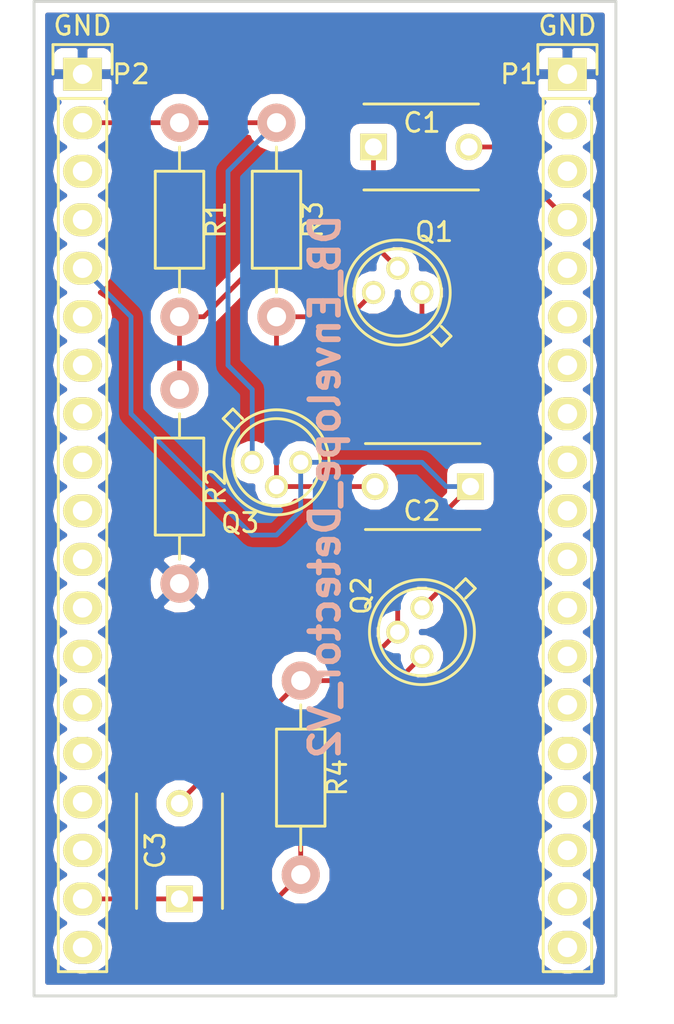
<source format=kicad_pcb>
(kicad_pcb (version 4) (host pcbnew 4.0.3+e1-6302~38~ubuntu16.04.1-stable)

  (general
    (links 21)
    (no_connects 0)
    (area 56.561667 65.964999 92.028334 119.82)
    (thickness 1.6)
    (drawings 5)
    (tracks 43)
    (zones 0)
    (modules 12)
    (nets 41)
  )

  (page A4)
  (layers
    (0 F.Cu signal)
    (31 B.Cu signal)
    (32 B.Adhes user)
    (33 F.Adhes user)
    (34 B.Paste user)
    (35 F.Paste user)
    (36 B.SilkS user)
    (37 F.SilkS user)
    (38 B.Mask user)
    (39 F.Mask user)
    (40 Dwgs.User user)
    (41 Cmts.User user)
    (42 Eco1.User user)
    (43 Eco2.User user)
    (44 Edge.Cuts user)
    (45 Margin user)
    (46 B.CrtYd user)
    (47 F.CrtYd user)
    (48 B.Fab user)
    (49 F.Fab user)
  )

  (setup
    (last_trace_width 0.25)
    (trace_clearance 0.2)
    (zone_clearance 0.508)
    (zone_45_only no)
    (trace_min 0.2)
    (segment_width 0.2)
    (edge_width 0.15)
    (via_size 0.6)
    (via_drill 0.4)
    (via_min_size 0.4)
    (via_min_drill 0.3)
    (uvia_size 0.3)
    (uvia_drill 0.1)
    (uvias_allowed no)
    (uvia_min_size 0.2)
    (uvia_min_drill 0.1)
    (pcb_text_width 0.3)
    (pcb_text_size 1.5 1.5)
    (mod_edge_width 0.15)
    (mod_text_size 1 1)
    (mod_text_width 0.15)
    (pad_size 1.524 1.524)
    (pad_drill 0.762)
    (pad_to_mask_clearance 0.2)
    (aux_axis_origin 0 0)
    (visible_elements 7FFFFFFF)
    (pcbplotparams
      (layerselection 0x000f0_80000001)
      (usegerberextensions false)
      (excludeedgelayer true)
      (linewidth 0.100000)
      (plotframeref false)
      (viasonmask false)
      (mode 1)
      (useauxorigin false)
      (hpglpennumber 1)
      (hpglpenspeed 20)
      (hpglpendiameter 15)
      (hpglpenoverlay 2)
      (psnegative false)
      (psa4output false)
      (plotreference true)
      (plotvalue true)
      (plotinvisibletext false)
      (padsonsilk false)
      (subtractmaskfromsilk false)
      (outputformat 1)
      (mirror false)
      (drillshape 0)
      (scaleselection 1)
      (outputdirectory gerber/))
  )

  (net 0 "")
  (net 1 "Net-(C1-Pad1)")
  (net 2 "Net-(C1-Pad2)")
  (net 3 "Net-(C2-Pad1)")
  (net 4 "Net-(C2-Pad2)")
  (net 5 "Net-(C3-Pad1)")
  (net 6 GND)
  (net 7 "Net-(P1-Pad2)")
  (net 8 "Net-(P1-Pad3)")
  (net 9 "Net-(P1-Pad5)")
  (net 10 "Net-(P1-Pad6)")
  (net 11 "Net-(P1-Pad7)")
  (net 12 "Net-(P1-Pad8)")
  (net 13 "Net-(P1-Pad9)")
  (net 14 "Net-(P1-Pad10)")
  (net 15 "Net-(P1-Pad11)")
  (net 16 "Net-(P1-Pad12)")
  (net 17 "Net-(P1-Pad13)")
  (net 18 "Net-(P1-Pad14)")
  (net 19 "Net-(P1-Pad15)")
  (net 20 "Net-(P1-Pad16)")
  (net 21 "Net-(P1-Pad17)")
  (net 22 "Net-(P1-Pad18)")
  (net 23 "Net-(P1-Pad19)")
  (net 24 "Net-(P2-Pad2)")
  (net 25 "Net-(P2-Pad3)")
  (net 26 "Net-(P2-Pad4)")
  (net 27 "Net-(P2-Pad6)")
  (net 28 "Net-(P2-Pad7)")
  (net 29 "Net-(P2-Pad8)")
  (net 30 "Net-(P2-Pad9)")
  (net 31 "Net-(P2-Pad10)")
  (net 32 "Net-(P2-Pad11)")
  (net 33 "Net-(P2-Pad12)")
  (net 34 "Net-(P2-Pad13)")
  (net 35 "Net-(P2-Pad14)")
  (net 36 "Net-(P2-Pad15)")
  (net 37 "Net-(P2-Pad16)")
  (net 38 "Net-(P2-Pad17)")
  (net 39 "Net-(P2-Pad19)")
  (net 40 "Net-(Q1-Pad1)")

  (net_class Default "This is the default net class."
    (clearance 0.2)
    (trace_width 0.25)
    (via_dia 0.6)
    (via_drill 0.4)
    (uvia_dia 0.3)
    (uvia_drill 0.1)
    (add_net GND)
    (add_net "Net-(C1-Pad1)")
    (add_net "Net-(C1-Pad2)")
    (add_net "Net-(C2-Pad1)")
    (add_net "Net-(C2-Pad2)")
    (add_net "Net-(C3-Pad1)")
    (add_net "Net-(P1-Pad10)")
    (add_net "Net-(P1-Pad11)")
    (add_net "Net-(P1-Pad12)")
    (add_net "Net-(P1-Pad13)")
    (add_net "Net-(P1-Pad14)")
    (add_net "Net-(P1-Pad15)")
    (add_net "Net-(P1-Pad16)")
    (add_net "Net-(P1-Pad17)")
    (add_net "Net-(P1-Pad18)")
    (add_net "Net-(P1-Pad19)")
    (add_net "Net-(P1-Pad2)")
    (add_net "Net-(P1-Pad3)")
    (add_net "Net-(P1-Pad5)")
    (add_net "Net-(P1-Pad6)")
    (add_net "Net-(P1-Pad7)")
    (add_net "Net-(P1-Pad8)")
    (add_net "Net-(P1-Pad9)")
    (add_net "Net-(P2-Pad10)")
    (add_net "Net-(P2-Pad11)")
    (add_net "Net-(P2-Pad12)")
    (add_net "Net-(P2-Pad13)")
    (add_net "Net-(P2-Pad14)")
    (add_net "Net-(P2-Pad15)")
    (add_net "Net-(P2-Pad16)")
    (add_net "Net-(P2-Pad17)")
    (add_net "Net-(P2-Pad19)")
    (add_net "Net-(P2-Pad2)")
    (add_net "Net-(P2-Pad3)")
    (add_net "Net-(P2-Pad4)")
    (add_net "Net-(P2-Pad6)")
    (add_net "Net-(P2-Pad7)")
    (add_net "Net-(P2-Pad8)")
    (add_net "Net-(P2-Pad9)")
    (add_net "Net-(Q1-Pad1)")
  )

  (module Capacitors_ThroughHole:C_Disc_D6_P5 placed (layer F.Cu) (tedit 57B46164) (tstamp 57AC84CE)
    (at 66.04 113.03 90)
    (descr "Capacitor 6mm Disc, Pitch 5mm")
    (tags Capacitor)
    (path /576C0CD3)
    (fp_text reference C3 (at 2.54 -1.27 90) (layer F.SilkS)
      (effects (font (size 1 1) (thickness 0.15)))
    )
    (fp_text value 33nF (at 2.54 1.27 90) (layer F.Fab)
      (effects (font (size 1 1) (thickness 0.15)))
    )
    (fp_line (start -0.95 -2.5) (end 5.95 -2.5) (layer F.CrtYd) (width 0.05))
    (fp_line (start 5.95 -2.5) (end 5.95 2.5) (layer F.CrtYd) (width 0.05))
    (fp_line (start 5.95 2.5) (end -0.95 2.5) (layer F.CrtYd) (width 0.05))
    (fp_line (start -0.95 2.5) (end -0.95 -2.5) (layer F.CrtYd) (width 0.05))
    (fp_line (start -0.5 -2.25) (end 5.5 -2.25) (layer F.SilkS) (width 0.15))
    (fp_line (start 5.5 2.25) (end -0.5 2.25) (layer F.SilkS) (width 0.15))
    (pad 1 thru_hole rect (at 0 0 90) (size 1.4 1.4) (drill 0.9) (layers *.Cu *.Mask F.SilkS)
      (net 5 "Net-(C3-Pad1)"))
    (pad 2 thru_hole circle (at 5 0 90) (size 1.4 1.4) (drill 0.9) (layers *.Cu *.Mask F.SilkS)
      (net 3 "Net-(C2-Pad1)"))
    (model Capacitors_ThroughHole.3dshapes/C_Disc_D6_P5.wrl
      (at (xyz 0.0984252 0 0))
      (scale (xyz 1 1 1))
      (rotate (xyz 0 0 0))
    )
  )

  (module Resistors_ThroughHole:Resistor_Horizontal_RM10mm (layer F.Cu) (tedit 57B46152) (tstamp 57AC8514)
    (at 72.39 101.6 270)
    (descr "Resistor, Axial,  RM 10mm, 1/3W")
    (tags "Resistor Axial RM 10mm 1/3W")
    (path /576C04FC)
    (fp_text reference R4 (at 5.08 -1.905 270) (layer F.SilkS)
      (effects (font (size 1 1) (thickness 0.15)))
    )
    (fp_text value 330 (at 5.08 1.905 270) (layer F.Fab)
      (effects (font (size 1 1) (thickness 0.15)))
    )
    (fp_line (start -1.25 -1.5) (end 11.4 -1.5) (layer F.CrtYd) (width 0.05))
    (fp_line (start -1.25 1.5) (end -1.25 -1.5) (layer F.CrtYd) (width 0.05))
    (fp_line (start 11.4 -1.5) (end 11.4 1.5) (layer F.CrtYd) (width 0.05))
    (fp_line (start -1.25 1.5) (end 11.4 1.5) (layer F.CrtYd) (width 0.05))
    (fp_line (start 2.54 -1.27) (end 7.62 -1.27) (layer F.SilkS) (width 0.15))
    (fp_line (start 7.62 -1.27) (end 7.62 1.27) (layer F.SilkS) (width 0.15))
    (fp_line (start 7.62 1.27) (end 2.54 1.27) (layer F.SilkS) (width 0.15))
    (fp_line (start 2.54 1.27) (end 2.54 -1.27) (layer F.SilkS) (width 0.15))
    (fp_line (start 2.54 0) (end 1.27 0) (layer F.SilkS) (width 0.15))
    (fp_line (start 7.62 0) (end 8.89 0) (layer F.SilkS) (width 0.15))
    (pad 1 thru_hole circle (at 0 0 270) (size 1.99898 1.99898) (drill 1.00076) (layers *.Cu *.SilkS *.Mask)
      (net 3 "Net-(C2-Pad1)"))
    (pad 2 thru_hole circle (at 10.16 0 270) (size 1.99898 1.99898) (drill 1.00076) (layers *.Cu *.SilkS *.Mask)
      (net 5 "Net-(C3-Pad1)"))
    (model Resistors_ThroughHole.3dshapes/Resistor_Horizontal_RM10mm.wrl
      (at (xyz 0.2 0 0))
      (scale (xyz 0.4 0.4 0.4))
      (rotate (xyz 0 0 0))
    )
  )

  (module TO_SOT_Packages_THT:TO-18_3Pin (layer F.Cu) (tedit 57B46141) (tstamp 57B43EE9)
    (at 78.74 99.06 90)
    (descr "TO-18, 3Pin,")
    (tags "TO-18, 3Pin,")
    (path /57B44946)
    (fp_text reference Q2 (at 1.905 -3.175 90) (layer F.SilkS)
      (effects (font (size 1 1) (thickness 0.15)))
    )
    (fp_text value 2N2907 (at 0 3.81 90) (layer F.Fab)
      (effects (font (size 1 1) (thickness 0.15)))
    )
    (fp_line (start 2.794 2.286) (end 2.286 1.778) (layer F.SilkS) (width 0.15))
    (fp_line (start 1.778 2.286) (end 2.286 2.794) (layer F.SilkS) (width 0.15))
    (fp_line (start 2.286 2.794) (end 2.794 2.286) (layer F.SilkS) (width 0.15))
    (fp_circle (center 0 0) (end 2.286 0) (layer F.SilkS) (width 0.15))
    (fp_circle (center 0 0) (end 2.75 0) (layer F.SilkS) (width 0.15))
    (pad 1 thru_hole circle (at 1.27 0 90) (size 1.2 1.2) (drill 0.8) (layers *.Cu *.Mask F.SilkS)
      (net 40 "Net-(Q1-Pad1)"))
    (pad 2 thru_hole circle (at 0 -1.27 90) (size 1.2 1.2) (drill 0.8) (layers *.Cu *.Mask F.SilkS)
      (net 3 "Net-(C2-Pad1)"))
    (pad 3 thru_hole circle (at -1.27 0 90) (size 1.2 1.2) (drill 0.8) (layers *.Cu *.Mask F.SilkS)
      (net 5 "Net-(C3-Pad1)"))
    (model TO_SOT_Packages_THT.3dshapes/TO-18_3Pin.wrl
      (at (xyz 0 0 0))
      (scale (xyz 0.3937 0.3937 0.3937))
      (rotate (xyz 0 0 0))
    )
  )

  (module TO_SOT_Packages_THT:TO-18_3Pin (layer F.Cu) (tedit 57B4612F) (tstamp 57B43EF0)
    (at 71.12 90.17 180)
    (descr "TO-18, 3Pin,")
    (tags "TO-18, 3Pin,")
    (path /57B44A85)
    (fp_text reference Q3 (at 1.905 -3.175 180) (layer F.SilkS)
      (effects (font (size 1 1) (thickness 0.15)))
    )
    (fp_text value 2N2907 (at 0 3.81 180) (layer F.Fab)
      (effects (font (size 1 1) (thickness 0.15)))
    )
    (fp_line (start 2.794 2.286) (end 2.286 1.778) (layer F.SilkS) (width 0.15))
    (fp_line (start 1.778 2.286) (end 2.286 2.794) (layer F.SilkS) (width 0.15))
    (fp_line (start 2.286 2.794) (end 2.794 2.286) (layer F.SilkS) (width 0.15))
    (fp_circle (center 0 0) (end 2.286 0) (layer F.SilkS) (width 0.15))
    (fp_circle (center 0 0) (end 2.75 0) (layer F.SilkS) (width 0.15))
    (pad 1 thru_hole circle (at 1.27 0 180) (size 1.2 1.2) (drill 0.8) (layers *.Cu *.Mask F.SilkS)
      (net 24 "Net-(P2-Pad2)"))
    (pad 2 thru_hole circle (at 0 -1.27 180) (size 1.2 1.2) (drill 0.8) (layers *.Cu *.Mask F.SilkS)
      (net 4 "Net-(C2-Pad2)"))
    (pad 3 thru_hole circle (at -1.27 0 180) (size 1.2 1.2) (drill 0.8) (layers *.Cu *.Mask F.SilkS)
      (net 3 "Net-(C2-Pad1)"))
    (model TO_SOT_Packages_THT.3dshapes/TO-18_3Pin.wrl
      (at (xyz 0 0 0))
      (scale (xyz 0.3937 0.3937 0.3937))
      (rotate (xyz 0 0 0))
    )
  )

  (module Capacitors_ThroughHole:C_Disc_D6_P5 placed (layer F.Cu) (tedit 57B46122) (tstamp 57AC84C8)
    (at 81.28 91.44 180)
    (descr "Capacitor 6mm Disc, Pitch 5mm")
    (tags Capacitor)
    (path /576C09D3)
    (fp_text reference C2 (at 2.54 -1.27 180) (layer F.SilkS)
      (effects (font (size 1 1) (thickness 0.15)))
    )
    (fp_text value 1nF (at 2.54 1.27 180) (layer F.Fab)
      (effects (font (size 1 1) (thickness 0.15)))
    )
    (fp_line (start -0.95 -2.5) (end 5.95 -2.5) (layer F.CrtYd) (width 0.05))
    (fp_line (start 5.95 -2.5) (end 5.95 2.5) (layer F.CrtYd) (width 0.05))
    (fp_line (start 5.95 2.5) (end -0.95 2.5) (layer F.CrtYd) (width 0.05))
    (fp_line (start -0.95 2.5) (end -0.95 -2.5) (layer F.CrtYd) (width 0.05))
    (fp_line (start -0.5 -2.25) (end 5.5 -2.25) (layer F.SilkS) (width 0.15))
    (fp_line (start 5.5 2.25) (end -0.5 2.25) (layer F.SilkS) (width 0.15))
    (pad 1 thru_hole rect (at 0 0 180) (size 1.4 1.4) (drill 0.9) (layers *.Cu *.Mask F.SilkS)
      (net 3 "Net-(C2-Pad1)"))
    (pad 2 thru_hole circle (at 5 0 180) (size 1.4 1.4) (drill 0.9) (layers *.Cu *.Mask F.SilkS)
      (net 4 "Net-(C2-Pad2)"))
    (model Capacitors_ThroughHole.3dshapes/C_Disc_D6_P5.wrl
      (at (xyz 0.0984252 0 0))
      (scale (xyz 1 1 1))
      (rotate (xyz 0 0 0))
    )
  )

  (module TO_SOT_Packages_THT:TO-18_3Pin (layer F.Cu) (tedit 57B46107) (tstamp 57B43EE2)
    (at 77.47 81.28)
    (descr "TO-18, 3Pin,")
    (tags "TO-18, 3Pin,")
    (path /57B448C8)
    (fp_text reference Q1 (at 1.905 -3.175) (layer F.SilkS)
      (effects (font (size 1 1) (thickness 0.15)))
    )
    (fp_text value 2N2222 (at 0 3.81) (layer F.Fab)
      (effects (font (size 1 1) (thickness 0.15)))
    )
    (fp_line (start 2.794 2.286) (end 2.286 1.778) (layer F.SilkS) (width 0.15))
    (fp_line (start 1.778 2.286) (end 2.286 2.794) (layer F.SilkS) (width 0.15))
    (fp_line (start 2.286 2.794) (end 2.794 2.286) (layer F.SilkS) (width 0.15))
    (fp_circle (center 0 0) (end 2.286 0) (layer F.SilkS) (width 0.15))
    (fp_circle (center 0 0) (end 2.75 0) (layer F.SilkS) (width 0.15))
    (pad 1 thru_hole circle (at 1.27 0) (size 1.2 1.2) (drill 0.8) (layers *.Cu *.Mask F.SilkS)
      (net 40 "Net-(Q1-Pad1)"))
    (pad 2 thru_hole circle (at 0 -1.27) (size 1.2 1.2) (drill 0.8) (layers *.Cu *.Mask F.SilkS)
      (net 1 "Net-(C1-Pad1)"))
    (pad 3 thru_hole circle (at -1.27 0) (size 1.2 1.2) (drill 0.8) (layers *.Cu *.Mask F.SilkS)
      (net 4 "Net-(C2-Pad2)"))
    (model TO_SOT_Packages_THT.3dshapes/TO-18_3Pin.wrl
      (at (xyz 0 0 0))
      (scale (xyz 0.3937 0.3937 0.3937))
      (rotate (xyz 0 0 0))
    )
  )

  (module Resistors_ThroughHole:Resistor_Horizontal_RM10mm (layer F.Cu) (tedit 57B460E6) (tstamp 57AC8508)
    (at 66.04 86.36 270)
    (descr "Resistor, Axial,  RM 10mm, 1/3W")
    (tags "Resistor Axial RM 10mm 1/3W")
    (path /576BE218)
    (fp_text reference R2 (at 5.08 -1.905 270) (layer F.SilkS)
      (effects (font (size 1 1) (thickness 0.15)))
    )
    (fp_text value 1000 (at 5.08 1.905 270) (layer F.Fab)
      (effects (font (size 1 1) (thickness 0.15)))
    )
    (fp_line (start -1.25 -1.5) (end 11.4 -1.5) (layer F.CrtYd) (width 0.05))
    (fp_line (start -1.25 1.5) (end -1.25 -1.5) (layer F.CrtYd) (width 0.05))
    (fp_line (start 11.4 -1.5) (end 11.4 1.5) (layer F.CrtYd) (width 0.05))
    (fp_line (start -1.25 1.5) (end 11.4 1.5) (layer F.CrtYd) (width 0.05))
    (fp_line (start 2.54 -1.27) (end 7.62 -1.27) (layer F.SilkS) (width 0.15))
    (fp_line (start 7.62 -1.27) (end 7.62 1.27) (layer F.SilkS) (width 0.15))
    (fp_line (start 7.62 1.27) (end 2.54 1.27) (layer F.SilkS) (width 0.15))
    (fp_line (start 2.54 1.27) (end 2.54 -1.27) (layer F.SilkS) (width 0.15))
    (fp_line (start 2.54 0) (end 1.27 0) (layer F.SilkS) (width 0.15))
    (fp_line (start 7.62 0) (end 8.89 0) (layer F.SilkS) (width 0.15))
    (pad 1 thru_hole circle (at 0 0 270) (size 1.99898 1.99898) (drill 1.00076) (layers *.Cu *.SilkS *.Mask)
      (net 1 "Net-(C1-Pad1)"))
    (pad 2 thru_hole circle (at 10.16 0 270) (size 1.99898 1.99898) (drill 1.00076) (layers *.Cu *.SilkS *.Mask)
      (net 6 GND))
    (model Resistors_ThroughHole.3dshapes/Resistor_Horizontal_RM10mm.wrl
      (at (xyz 0.2 0 0))
      (scale (xyz 0.4 0.4 0.4))
      (rotate (xyz 0 0 0))
    )
  )

  (module Capacitors_ThroughHole:C_Disc_D6_P5 placed (layer F.Cu) (tedit 57B460D4) (tstamp 57AC84C2)
    (at 76.2 73.66)
    (descr "Capacitor 6mm Disc, Pitch 5mm")
    (tags Capacitor)
    (path /576BDEE5)
    (fp_text reference C1 (at 2.54 -1.27) (layer F.SilkS)
      (effects (font (size 1 1) (thickness 0.15)))
    )
    (fp_text value 10nF (at 2.54 1.27) (layer F.Fab)
      (effects (font (size 1 1) (thickness 0.15)))
    )
    (fp_line (start -0.95 -2.5) (end 5.95 -2.5) (layer F.CrtYd) (width 0.05))
    (fp_line (start 5.95 -2.5) (end 5.95 2.5) (layer F.CrtYd) (width 0.05))
    (fp_line (start 5.95 2.5) (end -0.95 2.5) (layer F.CrtYd) (width 0.05))
    (fp_line (start -0.95 2.5) (end -0.95 -2.5) (layer F.CrtYd) (width 0.05))
    (fp_line (start -0.5 -2.25) (end 5.5 -2.25) (layer F.SilkS) (width 0.15))
    (fp_line (start 5.5 2.25) (end -0.5 2.25) (layer F.SilkS) (width 0.15))
    (pad 1 thru_hole rect (at 0 0) (size 1.4 1.4) (drill 0.9) (layers *.Cu *.Mask F.SilkS)
      (net 1 "Net-(C1-Pad1)"))
    (pad 2 thru_hole circle (at 5 0) (size 1.4 1.4) (drill 0.9) (layers *.Cu *.Mask F.SilkS)
      (net 2 "Net-(C1-Pad2)"))
    (model Capacitors_ThroughHole.3dshapes/C_Disc_D6_P5.wrl
      (at (xyz 0.0984252 0 0))
      (scale (xyz 1 1 1))
      (rotate (xyz 0 0 0))
    )
  )

  (module Resistors_ThroughHole:Resistor_Horizontal_RM10mm (layer F.Cu) (tedit 57B460BF) (tstamp 57AC8502)
    (at 66.04 72.39 270)
    (descr "Resistor, Axial,  RM 10mm, 1/3W")
    (tags "Resistor Axial RM 10mm 1/3W")
    (path /576BD976)
    (fp_text reference R1 (at 5.08 -1.905 270) (layer F.SilkS)
      (effects (font (size 1 1) (thickness 0.15)))
    )
    (fp_text value 2800 (at 5.08 1.905 270) (layer F.Fab)
      (effects (font (size 1 1) (thickness 0.15)))
    )
    (fp_line (start -1.25 -1.5) (end 11.4 -1.5) (layer F.CrtYd) (width 0.05))
    (fp_line (start -1.25 1.5) (end -1.25 -1.5) (layer F.CrtYd) (width 0.05))
    (fp_line (start 11.4 -1.5) (end 11.4 1.5) (layer F.CrtYd) (width 0.05))
    (fp_line (start -1.25 1.5) (end 11.4 1.5) (layer F.CrtYd) (width 0.05))
    (fp_line (start 2.54 -1.27) (end 7.62 -1.27) (layer F.SilkS) (width 0.15))
    (fp_line (start 7.62 -1.27) (end 7.62 1.27) (layer F.SilkS) (width 0.15))
    (fp_line (start 7.62 1.27) (end 2.54 1.27) (layer F.SilkS) (width 0.15))
    (fp_line (start 2.54 1.27) (end 2.54 -1.27) (layer F.SilkS) (width 0.15))
    (fp_line (start 2.54 0) (end 1.27 0) (layer F.SilkS) (width 0.15))
    (fp_line (start 7.62 0) (end 8.89 0) (layer F.SilkS) (width 0.15))
    (pad 1 thru_hole circle (at 0 0 270) (size 1.99898 1.99898) (drill 1.00076) (layers *.Cu *.SilkS *.Mask)
      (net 24 "Net-(P2-Pad2)"))
    (pad 2 thru_hole circle (at 10.16 0 270) (size 1.99898 1.99898) (drill 1.00076) (layers *.Cu *.SilkS *.Mask)
      (net 1 "Net-(C1-Pad1)"))
    (model Resistors_ThroughHole.3dshapes/Resistor_Horizontal_RM10mm.wrl
      (at (xyz 0.2 0 0))
      (scale (xyz 0.4 0.4 0.4))
      (rotate (xyz 0 0 0))
    )
  )

  (module Resistors_ThroughHole:Resistor_Horizontal_RM10mm (layer F.Cu) (tedit 57B460B0) (tstamp 57AC850E)
    (at 71.12 72.39 270)
    (descr "Resistor, Axial,  RM 10mm, 1/3W")
    (tags "Resistor Axial RM 10mm 1/3W")
    (path /576BE62A)
    (fp_text reference R3 (at 5.08 -1.905 270) (layer F.SilkS)
      (effects (font (size 1 1) (thickness 0.15)))
    )
    (fp_text value 330 (at 5.08 1.905 270) (layer F.Fab)
      (effects (font (size 1 1) (thickness 0.15)))
    )
    (fp_line (start -1.25 -1.5) (end 11.4 -1.5) (layer F.CrtYd) (width 0.05))
    (fp_line (start -1.25 1.5) (end -1.25 -1.5) (layer F.CrtYd) (width 0.05))
    (fp_line (start 11.4 -1.5) (end 11.4 1.5) (layer F.CrtYd) (width 0.05))
    (fp_line (start -1.25 1.5) (end 11.4 1.5) (layer F.CrtYd) (width 0.05))
    (fp_line (start 2.54 -1.27) (end 7.62 -1.27) (layer F.SilkS) (width 0.15))
    (fp_line (start 7.62 -1.27) (end 7.62 1.27) (layer F.SilkS) (width 0.15))
    (fp_line (start 7.62 1.27) (end 2.54 1.27) (layer F.SilkS) (width 0.15))
    (fp_line (start 2.54 1.27) (end 2.54 -1.27) (layer F.SilkS) (width 0.15))
    (fp_line (start 2.54 0) (end 1.27 0) (layer F.SilkS) (width 0.15))
    (fp_line (start 7.62 0) (end 8.89 0) (layer F.SilkS) (width 0.15))
    (pad 1 thru_hole circle (at 0 0 270) (size 1.99898 1.99898) (drill 1.00076) (layers *.Cu *.SilkS *.Mask)
      (net 24 "Net-(P2-Pad2)"))
    (pad 2 thru_hole circle (at 10.16 0 270) (size 1.99898 1.99898) (drill 1.00076) (layers *.Cu *.SilkS *.Mask)
      (net 4 "Net-(C2-Pad2)"))
    (model Resistors_ThroughHole.3dshapes/Resistor_Horizontal_RM10mm.wrl
      (at (xyz 0.2 0 0))
      (scale (xyz 0.4 0.4 0.4))
      (rotate (xyz 0 0 0))
    )
  )

  (module Echopen:Header_pin_1x19 (layer F.Cu) (tedit 57BC6986) (tstamp 57AC84FC)
    (at 60.96 92.71)
    (descr "Through hole socket strip")
    (tags "socket strip")
    (path /57A85C38)
    (fp_text reference P2 (at 2.54 -22.86) (layer F.SilkS)
      (effects (font (size 1 1) (thickness 0.15)))
    )
    (fp_text value CONN_01X19 (at 0.635 26.035) (layer F.Fab)
      (effects (font (size 1 1) (thickness 0.15)))
    )
    (fp_text user GND (at 0 -25.4) (layer F.SilkS)
      (effects (font (size 1 1) (thickness 0.15)))
    )
    (fp_line (start 1.75 -24.61) (end -1.75 -24.61) (layer F.CrtYd) (width 0.05))
    (fp_line (start 1.75 24.64) (end -1.75 24.64) (layer F.CrtYd) (width 0.05))
    (fp_line (start 1.75 -24.61) (end 1.75 24.64) (layer F.CrtYd) (width 0.05))
    (fp_line (start -1.75 -24.61) (end -1.75 24.64) (layer F.CrtYd) (width 0.05))
    (fp_line (start -1.27 -21.59) (end -1.27 24.13) (layer F.SilkS) (width 0.15))
    (fp_line (start -1.27 24.13) (end 1.27 24.13) (layer F.SilkS) (width 0.15))
    (fp_line (start 1.27 24.13) (end 1.27 -21.59) (layer F.SilkS) (width 0.15))
    (fp_line (start -1.55 -24.41) (end -1.55 -22.86) (layer F.SilkS) (width 0.15))
    (fp_line (start -1.27 -21.59) (end 1.27 -21.59) (layer F.SilkS) (width 0.15))
    (fp_line (start 1.55 -22.86) (end 1.55 -24.41) (layer F.SilkS) (width 0.15))
    (fp_line (start 1.55 -24.41) (end -1.55 -24.41) (layer F.SilkS) (width 0.15))
    (pad 1 thru_hole rect (at 0 -22.86 270) (size 1.7272 2.032) (drill 1.016) (layers *.Cu *.Mask F.SilkS)
      (net 6 GND))
    (pad 2 thru_hole oval (at 0 -20.32 270) (size 1.7272 2.032) (drill 1.016) (layers *.Cu *.Mask F.SilkS)
      (net 24 "Net-(P2-Pad2)"))
    (pad 3 thru_hole oval (at 0 -17.78 270) (size 1.7272 2.032) (drill 1.016) (layers *.Cu *.Mask F.SilkS)
      (net 25 "Net-(P2-Pad3)"))
    (pad 4 thru_hole oval (at 0 -15.24 270) (size 1.7272 2.032) (drill 1.016) (layers *.Cu *.Mask F.SilkS)
      (net 26 "Net-(P2-Pad4)"))
    (pad 5 thru_hole oval (at 0 -12.7 270) (size 1.7272 2.032) (drill 1.016) (layers *.Cu *.Mask F.SilkS)
      (net 3 "Net-(C2-Pad1)"))
    (pad 6 thru_hole oval (at 0 -10.16 270) (size 1.7272 2.032) (drill 1.016) (layers *.Cu *.Mask F.SilkS)
      (net 27 "Net-(P2-Pad6)"))
    (pad 7 thru_hole oval (at 0 -7.62 270) (size 1.7272 2.032) (drill 1.016) (layers *.Cu *.Mask F.SilkS)
      (net 28 "Net-(P2-Pad7)"))
    (pad 8 thru_hole oval (at 0 -5.08 270) (size 1.7272 2.032) (drill 1.016) (layers *.Cu *.Mask F.SilkS)
      (net 29 "Net-(P2-Pad8)"))
    (pad 9 thru_hole oval (at 0 -2.54 270) (size 1.7272 2.032) (drill 1.016) (layers *.Cu *.Mask F.SilkS)
      (net 30 "Net-(P2-Pad9)"))
    (pad 10 thru_hole oval (at 0 0 270) (size 1.7272 2.032) (drill 1.016) (layers *.Cu *.Mask F.SilkS)
      (net 31 "Net-(P2-Pad10)"))
    (pad 11 thru_hole oval (at 0 2.54 270) (size 1.7272 2.032) (drill 1.016) (layers *.Cu *.Mask F.SilkS)
      (net 32 "Net-(P2-Pad11)"))
    (pad 12 thru_hole oval (at 0 5.08 270) (size 1.7272 2.032) (drill 1.016) (layers *.Cu *.Mask F.SilkS)
      (net 33 "Net-(P2-Pad12)"))
    (pad 13 thru_hole oval (at 0 7.62 270) (size 1.7272 2.032) (drill 1.016) (layers *.Cu *.Mask F.SilkS)
      (net 34 "Net-(P2-Pad13)"))
    (pad 14 thru_hole oval (at 0 10.16 270) (size 1.7272 2.032) (drill 1.016) (layers *.Cu *.Mask F.SilkS)
      (net 35 "Net-(P2-Pad14)"))
    (pad 15 thru_hole oval (at 0 12.7 270) (size 1.7272 2.032) (drill 1.016) (layers *.Cu *.Mask F.SilkS)
      (net 36 "Net-(P2-Pad15)"))
    (pad 16 thru_hole oval (at 0 15.24 270) (size 1.7272 2.032) (drill 1.016) (layers *.Cu *.Mask F.SilkS)
      (net 37 "Net-(P2-Pad16)"))
    (pad 17 thru_hole oval (at 0 17.78 270) (size 1.7272 2.032) (drill 1.016) (layers *.Cu *.Mask F.SilkS)
      (net 38 "Net-(P2-Pad17)"))
    (pad 18 thru_hole oval (at 0 20.32 270) (size 1.7272 2.032) (drill 1.016) (layers *.Cu *.Mask F.SilkS)
      (net 5 "Net-(C3-Pad1)"))
    (pad 19 thru_hole oval (at 0 22.86 270) (size 1.7272 2.032) (drill 1.016) (layers *.Cu *.Mask F.SilkS)
      (net 39 "Net-(P2-Pad19)"))
    (model Pin_Headers.3dshapes/Pin_Header_Straight_1x19.wrl
      (at (xyz 0 0 -0.05))
      (scale (xyz 1 1 1))
      (rotate (xyz 0 180 90))
    )
  )

  (module Echopen:Header_pin_1x19 (layer F.Cu) (tedit 57BC698C) (tstamp 57AC84E5)
    (at 86.36 92.71)
    (descr "Through hole socket strip")
    (tags "socket strip")
    (path /57A85BF9)
    (fp_text reference P1 (at -2.54 -22.86) (layer F.SilkS)
      (effects (font (size 1 1) (thickness 0.15)))
    )
    (fp_text value CONN_01X19 (at 0.635 26.035) (layer F.Fab)
      (effects (font (size 1 1) (thickness 0.15)))
    )
    (fp_text user GND (at 0 -25.4) (layer F.SilkS)
      (effects (font (size 1 1) (thickness 0.15)))
    )
    (fp_line (start 1.75 -24.61) (end -1.75 -24.61) (layer F.CrtYd) (width 0.05))
    (fp_line (start 1.75 24.64) (end -1.75 24.64) (layer F.CrtYd) (width 0.05))
    (fp_line (start 1.75 -24.61) (end 1.75 24.64) (layer F.CrtYd) (width 0.05))
    (fp_line (start -1.75 -24.61) (end -1.75 24.64) (layer F.CrtYd) (width 0.05))
    (fp_line (start -1.27 -21.59) (end -1.27 24.13) (layer F.SilkS) (width 0.15))
    (fp_line (start -1.27 24.13) (end 1.27 24.13) (layer F.SilkS) (width 0.15))
    (fp_line (start 1.27 24.13) (end 1.27 -21.59) (layer F.SilkS) (width 0.15))
    (fp_line (start -1.55 -24.41) (end -1.55 -22.86) (layer F.SilkS) (width 0.15))
    (fp_line (start -1.27 -21.59) (end 1.27 -21.59) (layer F.SilkS) (width 0.15))
    (fp_line (start 1.55 -22.86) (end 1.55 -24.41) (layer F.SilkS) (width 0.15))
    (fp_line (start 1.55 -24.41) (end -1.55 -24.41) (layer F.SilkS) (width 0.15))
    (pad 1 thru_hole rect (at 0 -22.86 270) (size 1.7272 2.032) (drill 1.016) (layers *.Cu *.Mask F.SilkS)
      (net 6 GND))
    (pad 2 thru_hole oval (at 0 -20.32 270) (size 1.7272 2.032) (drill 1.016) (layers *.Cu *.Mask F.SilkS)
      (net 7 "Net-(P1-Pad2)"))
    (pad 3 thru_hole oval (at 0 -17.78 270) (size 1.7272 2.032) (drill 1.016) (layers *.Cu *.Mask F.SilkS)
      (net 8 "Net-(P1-Pad3)"))
    (pad 4 thru_hole oval (at 0 -15.24 270) (size 1.7272 2.032) (drill 1.016) (layers *.Cu *.Mask F.SilkS)
      (net 2 "Net-(C1-Pad2)"))
    (pad 5 thru_hole oval (at 0 -12.7 270) (size 1.7272 2.032) (drill 1.016) (layers *.Cu *.Mask F.SilkS)
      (net 9 "Net-(P1-Pad5)"))
    (pad 6 thru_hole oval (at 0 -10.16 270) (size 1.7272 2.032) (drill 1.016) (layers *.Cu *.Mask F.SilkS)
      (net 10 "Net-(P1-Pad6)"))
    (pad 7 thru_hole oval (at 0 -7.62 270) (size 1.7272 2.032) (drill 1.016) (layers *.Cu *.Mask F.SilkS)
      (net 11 "Net-(P1-Pad7)"))
    (pad 8 thru_hole oval (at 0 -5.08 270) (size 1.7272 2.032) (drill 1.016) (layers *.Cu *.Mask F.SilkS)
      (net 12 "Net-(P1-Pad8)"))
    (pad 9 thru_hole oval (at 0 -2.54 270) (size 1.7272 2.032) (drill 1.016) (layers *.Cu *.Mask F.SilkS)
      (net 13 "Net-(P1-Pad9)"))
    (pad 10 thru_hole oval (at 0 0 270) (size 1.7272 2.032) (drill 1.016) (layers *.Cu *.Mask F.SilkS)
      (net 14 "Net-(P1-Pad10)"))
    (pad 11 thru_hole oval (at 0 2.54 270) (size 1.7272 2.032) (drill 1.016) (layers *.Cu *.Mask F.SilkS)
      (net 15 "Net-(P1-Pad11)"))
    (pad 12 thru_hole oval (at 0 5.08 270) (size 1.7272 2.032) (drill 1.016) (layers *.Cu *.Mask F.SilkS)
      (net 16 "Net-(P1-Pad12)"))
    (pad 13 thru_hole oval (at 0 7.62 270) (size 1.7272 2.032) (drill 1.016) (layers *.Cu *.Mask F.SilkS)
      (net 17 "Net-(P1-Pad13)"))
    (pad 14 thru_hole oval (at 0 10.16 270) (size 1.7272 2.032) (drill 1.016) (layers *.Cu *.Mask F.SilkS)
      (net 18 "Net-(P1-Pad14)"))
    (pad 15 thru_hole oval (at 0 12.7 270) (size 1.7272 2.032) (drill 1.016) (layers *.Cu *.Mask F.SilkS)
      (net 19 "Net-(P1-Pad15)"))
    (pad 16 thru_hole oval (at 0 15.24 270) (size 1.7272 2.032) (drill 1.016) (layers *.Cu *.Mask F.SilkS)
      (net 20 "Net-(P1-Pad16)"))
    (pad 17 thru_hole oval (at 0 17.78 270) (size 1.7272 2.032) (drill 1.016) (layers *.Cu *.Mask F.SilkS)
      (net 21 "Net-(P1-Pad17)"))
    (pad 18 thru_hole oval (at 0 20.32 270) (size 1.7272 2.032) (drill 1.016) (layers *.Cu *.Mask F.SilkS)
      (net 22 "Net-(P1-Pad18)"))
    (pad 19 thru_hole oval (at 0 22.86 270) (size 1.7272 2.032) (drill 1.016) (layers *.Cu *.Mask F.SilkS)
      (net 23 "Net-(P1-Pad19)"))
    (model Pin_Headers.3dshapes/Pin_Header_Straight_1x19.wrl
      (at (xyz 0 0 -0.05))
      (scale (xyz 1 1 1))
      (rotate (xyz 0 180 90))
    )
  )

  (gr_text DB_Envelope_Detector_V2 (at 73.66 91.44 90) (layer B.SilkS)
    (effects (font (size 1.5 1.5) (thickness 0.3)) (justify mirror))
  )
  (gr_line (start 88.9 66.04) (end 58.42 66.04) (angle 90) (layer Edge.Cuts) (width 0.15))
  (gr_line (start 88.9 118.11) (end 88.9 66.04) (angle 90) (layer Edge.Cuts) (width 0.15))
  (gr_line (start 58.42 118.11) (end 88.9 118.11) (angle 90) (layer Edge.Cuts) (width 0.15))
  (gr_line (start 58.42 66.04) (end 58.42 118.11) (angle 90) (layer Edge.Cuts) (width 0.15))

  (segment (start 66.04 86.36) (end 66.04 82.55) (width 0.25) (layer F.Cu) (net 1) (status 30))
  (segment (start 66.04 82.55) (end 67.31 82.55) (width 0.25) (layer F.Cu) (net 1) (status 10))
  (segment (start 71.12 78.74) (end 76.2 78.74) (width 0.25) (layer F.Cu) (net 1) (tstamp 57B44095))
  (segment (start 67.31 82.55) (end 71.12 78.74) (width 0.25) (layer F.Cu) (net 1) (tstamp 57B44093))
  (segment (start 76.2 73.66) (end 76.2 78.74) (width 0.25) (layer F.Cu) (net 1) (status 10))
  (segment (start 76.2 78.74) (end 77.47 80.01) (width 0.25) (layer F.Cu) (net 1) (tstamp 57B4408B) (status 20))
  (segment (start 81.2 73.66) (end 82.55 73.66) (width 0.25) (layer F.Cu) (net 2))
  (segment (start 82.55 73.66) (end 86.36 77.47) (width 0.25) (layer F.Cu) (net 2) (tstamp 57BB3610))
  (segment (start 72.39 90.17) (end 72.39 92.71) (width 0.25) (layer B.Cu) (net 3))
  (segment (start 63.5 82.55) (end 60.96 80.01) (width 0.25) (layer B.Cu) (net 3) (tstamp 57BB360C))
  (segment (start 63.5 87.63) (end 63.5 82.55) (width 0.25) (layer B.Cu) (net 3) (tstamp 57BB360B))
  (segment (start 64.77 88.9) (end 63.5 87.63) (width 0.25) (layer B.Cu) (net 3) (tstamp 57BB3609))
  (segment (start 69.85 93.98) (end 64.77 88.9) (width 0.25) (layer B.Cu) (net 3) (tstamp 57BB3607))
  (segment (start 71.12 93.98) (end 69.85 93.98) (width 0.25) (layer B.Cu) (net 3) (tstamp 57BB3606))
  (segment (start 72.39 92.71) (end 71.12 93.98) (width 0.25) (layer B.Cu) (net 3) (tstamp 57BB3605))
  (segment (start 72.39 90.17) (end 78.74 90.17) (width 0.25) (layer B.Cu) (net 3) (status 10))
  (segment (start 80.01 91.44) (end 81.28 91.44) (width 0.25) (layer B.Cu) (net 3) (tstamp 57B44135) (status 20))
  (segment (start 78.74 90.17) (end 80.01 91.44) (width 0.25) (layer B.Cu) (net 3) (tstamp 57B44134))
  (segment (start 66.04 108.03) (end 66.04 107.95) (width 0.25) (layer F.Cu) (net 3) (status 30))
  (segment (start 66.04 107.95) (end 72.39 101.6) (width 0.25) (layer F.Cu) (net 3) (tstamp 57B44107) (status 30))
  (segment (start 72.39 101.6) (end 74.93 101.6) (width 0.25) (layer F.Cu) (net 3) (status 10))
  (segment (start 74.93 101.6) (end 77.47 99.06) (width 0.25) (layer F.Cu) (net 3) (tstamp 57B440FB) (status 20))
  (segment (start 77.47 99.06) (end 77.47 95.25) (width 0.25) (layer F.Cu) (net 3) (status 10))
  (segment (start 77.47 95.25) (end 81.28 91.44) (width 0.25) (layer F.Cu) (net 3) (tstamp 57B440F7) (status 20))
  (segment (start 71.12 91.44) (end 71.12 82.55) (width 0.25) (layer F.Cu) (net 4) (status 30))
  (segment (start 71.12 91.44) (end 76.28 91.44) (width 0.25) (layer F.Cu) (net 4) (status 30))
  (segment (start 71.12 82.55) (end 74.93 82.55) (width 0.25) (layer F.Cu) (net 4) (status 10))
  (segment (start 74.93 82.55) (end 76.2 81.28) (width 0.25) (layer F.Cu) (net 4) (tstamp 57B4408F) (status 20))
  (segment (start 60.96 113.03) (end 66.04 113.03) (width 0.25) (layer F.Cu) (net 5) (status 10))
  (segment (start 66.04 113.03) (end 71.12 113.03) (width 0.25) (layer F.Cu) (net 5) (status 10))
  (segment (start 71.12 113.03) (end 72.39 111.76) (width 0.25) (layer F.Cu) (net 5) (tstamp 57B44103) (status 20))
  (segment (start 72.39 111.76) (end 72.39 106.68) (width 0.25) (layer F.Cu) (net 5) (status 10))
  (segment (start 72.39 106.68) (end 78.74 100.33) (width 0.25) (layer F.Cu) (net 5) (tstamp 57B440FF) (status 20))
  (segment (start 60.96 72.39) (end 66.04 72.39) (width 0.25) (layer F.Cu) (net 24))
  (segment (start 69.85 90.17) (end 69.85 86.36) (width 0.25) (layer B.Cu) (net 24) (status 10))
  (segment (start 68.58 74.93) (end 71.12 72.39) (width 0.25) (layer B.Cu) (net 24) (tstamp 57B440D1) (status 20))
  (segment (start 68.58 85.09) (end 68.58 74.93) (width 0.25) (layer B.Cu) (net 24) (tstamp 57B440CE))
  (segment (start 69.85 86.36) (end 68.58 85.09) (width 0.25) (layer B.Cu) (net 24) (tstamp 57B440CA))
  (segment (start 66.04 72.39) (end 71.12 72.39) (width 0.25) (layer F.Cu) (net 24) (status 30))
  (segment (start 78.74 81.28) (end 78.74 83.82) (width 0.25) (layer F.Cu) (net 40) (status 10))
  (segment (start 83.82 92.71) (end 78.74 97.79) (width 0.25) (layer F.Cu) (net 40) (tstamp 57B440E9) (status 20))
  (segment (start 83.82 88.9) (end 83.82 92.71) (width 0.25) (layer F.Cu) (net 40) (tstamp 57B440E6))
  (segment (start 78.74 83.82) (end 83.82 88.9) (width 0.25) (layer F.Cu) (net 40) (tstamp 57B440E3))

  (zone (net 6) (net_name GND) (layer F.Cu) (tstamp 57BB365B) (hatch edge 0.508)
    (connect_pads (clearance 0.508))
    (min_thickness 0.254)
    (fill yes (arc_segments 16) (thermal_gap 0.508) (thermal_bridge_width 0.508))
    (polygon
      (pts
        (xy 88.9 118.11) (xy 58.42 118.11) (xy 58.42 66.04) (xy 88.9 66.04)
      )
    )
    (filled_polygon
      (pts
        (xy 88.19 117.4) (xy 59.13 117.4) (xy 59.13 72.39) (xy 59.276655 72.39) (xy 59.390729 72.963489)
        (xy 59.715585 73.44967) (xy 60.030366 73.66) (xy 59.715585 73.87033) (xy 59.390729 74.356511) (xy 59.276655 74.93)
        (xy 59.390729 75.503489) (xy 59.715585 75.98967) (xy 60.030366 76.2) (xy 59.715585 76.41033) (xy 59.390729 76.896511)
        (xy 59.276655 77.47) (xy 59.390729 78.043489) (xy 59.715585 78.52967) (xy 60.030366 78.74) (xy 59.715585 78.95033)
        (xy 59.390729 79.436511) (xy 59.276655 80.01) (xy 59.390729 80.583489) (xy 59.715585 81.06967) (xy 60.030366 81.28)
        (xy 59.715585 81.49033) (xy 59.390729 81.976511) (xy 59.276655 82.55) (xy 59.390729 83.123489) (xy 59.715585 83.60967)
        (xy 60.030366 83.82) (xy 59.715585 84.03033) (xy 59.390729 84.516511) (xy 59.276655 85.09) (xy 59.390729 85.663489)
        (xy 59.715585 86.14967) (xy 60.030366 86.36) (xy 59.715585 86.57033) (xy 59.390729 87.056511) (xy 59.276655 87.63)
        (xy 59.390729 88.203489) (xy 59.715585 88.68967) (xy 60.030366 88.9) (xy 59.715585 89.11033) (xy 59.390729 89.596511)
        (xy 59.276655 90.17) (xy 59.390729 90.743489) (xy 59.715585 91.22967) (xy 60.030366 91.44) (xy 59.715585 91.65033)
        (xy 59.390729 92.136511) (xy 59.276655 92.71) (xy 59.390729 93.283489) (xy 59.715585 93.76967) (xy 60.030366 93.98)
        (xy 59.715585 94.19033) (xy 59.390729 94.676511) (xy 59.276655 95.25) (xy 59.390729 95.823489) (xy 59.715585 96.30967)
        (xy 60.030366 96.52) (xy 59.715585 96.73033) (xy 59.390729 97.216511) (xy 59.276655 97.79) (xy 59.390729 98.363489)
        (xy 59.715585 98.84967) (xy 60.030366 99.06) (xy 59.715585 99.27033) (xy 59.390729 99.756511) (xy 59.276655 100.33)
        (xy 59.390729 100.903489) (xy 59.715585 101.38967) (xy 60.030366 101.6) (xy 59.715585 101.81033) (xy 59.390729 102.296511)
        (xy 59.276655 102.87) (xy 59.390729 103.443489) (xy 59.715585 103.92967) (xy 60.030366 104.14) (xy 59.715585 104.35033)
        (xy 59.390729 104.836511) (xy 59.276655 105.41) (xy 59.390729 105.983489) (xy 59.715585 106.46967) (xy 60.030366 106.68)
        (xy 59.715585 106.89033) (xy 59.390729 107.376511) (xy 59.276655 107.95) (xy 59.390729 108.523489) (xy 59.715585 109.00967)
        (xy 60.030366 109.22) (xy 59.715585 109.43033) (xy 59.390729 109.916511) (xy 59.276655 110.49) (xy 59.390729 111.063489)
        (xy 59.715585 111.54967) (xy 60.030366 111.76) (xy 59.715585 111.97033) (xy 59.390729 112.456511) (xy 59.276655 113.03)
        (xy 59.390729 113.603489) (xy 59.715585 114.08967) (xy 60.030366 114.3) (xy 59.715585 114.51033) (xy 59.390729 114.996511)
        (xy 59.276655 115.57) (xy 59.390729 116.143489) (xy 59.715585 116.62967) (xy 60.201766 116.954526) (xy 60.775255 117.0686)
        (xy 61.144745 117.0686) (xy 61.718234 116.954526) (xy 62.204415 116.62967) (xy 62.529271 116.143489) (xy 62.643345 115.57)
        (xy 62.529271 114.996511) (xy 62.204415 114.51033) (xy 61.889634 114.3) (xy 62.204415 114.08967) (xy 62.404648 113.79)
        (xy 64.70385 113.79) (xy 64.736838 113.965317) (xy 64.87591 114.181441) (xy 65.08811 114.326431) (xy 65.34 114.37744)
        (xy 66.74 114.37744) (xy 66.975317 114.333162) (xy 67.191441 114.19409) (xy 67.336431 113.98189) (xy 67.37529 113.79)
        (xy 71.12 113.79) (xy 71.410839 113.732148) (xy 71.657401 113.567401) (xy 71.898917 113.325885) (xy 72.063453 113.394206)
        (xy 72.713694 113.394774) (xy 73.314655 113.146462) (xy 73.774846 112.687073) (xy 74.024206 112.086547) (xy 74.024774 111.436306)
        (xy 73.776462 110.835345) (xy 73.317073 110.375154) (xy 73.15 110.305779) (xy 73.15 106.994802) (xy 78.579941 101.564861)
        (xy 78.984579 101.565214) (xy 79.438657 101.377592) (xy 79.786371 101.030485) (xy 79.974785 100.576734) (xy 79.975214 100.085421)
        (xy 79.787592 99.631343) (xy 79.440485 99.283629) (xy 78.986734 99.095215) (xy 78.70497 99.094969) (xy 78.705031 99.02497)
        (xy 78.984579 99.025214) (xy 79.438657 98.837592) (xy 79.786371 98.490485) (xy 79.974785 98.036734) (xy 79.97514 97.629662)
        (xy 84.357401 93.247401) (xy 84.522148 93.000839) (xy 84.58 92.71) (xy 84.58 88.9) (xy 84.522148 88.609161)
        (xy 84.357401 88.362599) (xy 79.5 83.505198) (xy 79.5 82.266356) (xy 79.786371 81.980485) (xy 79.974785 81.526734)
        (xy 79.975214 81.035421) (xy 79.787592 80.581343) (xy 79.440485 80.233629) (xy 78.986734 80.045215) (xy 78.70497 80.044969)
        (xy 78.705214 79.765421) (xy 78.517592 79.311343) (xy 78.170485 78.963629) (xy 77.716734 78.775215) (xy 77.309662 78.77486)
        (xy 76.96 78.425198) (xy 76.96 74.99615) (xy 77.135317 74.963162) (xy 77.351441 74.82409) (xy 77.496431 74.61189)
        (xy 77.54744 74.36) (xy 77.54744 73.924383) (xy 79.864769 73.924383) (xy 80.067582 74.415229) (xy 80.442796 74.791098)
        (xy 80.933287 74.994768) (xy 81.464383 74.995231) (xy 81.955229 74.792418) (xy 82.281707 74.466509) (xy 84.777619 76.962421)
        (xy 84.676655 77.47) (xy 84.790729 78.043489) (xy 85.115585 78.52967) (xy 85.430366 78.74) (xy 85.115585 78.95033)
        (xy 84.790729 79.436511) (xy 84.676655 80.01) (xy 84.790729 80.583489) (xy 85.115585 81.06967) (xy 85.430366 81.28)
        (xy 85.115585 81.49033) (xy 84.790729 81.976511) (xy 84.676655 82.55) (xy 84.790729 83.123489) (xy 85.115585 83.60967)
        (xy 85.430366 83.82) (xy 85.115585 84.03033) (xy 84.790729 84.516511) (xy 84.676655 85.09) (xy 84.790729 85.663489)
        (xy 85.115585 86.14967) (xy 85.430366 86.36) (xy 85.115585 86.57033) (xy 84.790729 87.056511) (xy 84.676655 87.63)
        (xy 84.790729 88.203489) (xy 85.115585 88.68967) (xy 85.430366 88.9) (xy 85.115585 89.11033) (xy 84.790729 89.596511)
        (xy 84.676655 90.17) (xy 84.790729 90.743489) (xy 85.115585 91.22967) (xy 85.430366 91.44) (xy 85.115585 91.65033)
        (xy 84.790729 92.136511) (xy 84.676655 92.71) (xy 84.790729 93.283489) (xy 85.115585 93.76967) (xy 85.430366 93.98)
        (xy 85.115585 94.19033) (xy 84.790729 94.676511) (xy 84.676655 95.25) (xy 84.790729 95.823489) (xy 85.115585 96.30967)
        (xy 85.430366 96.52) (xy 85.115585 96.73033) (xy 84.790729 97.216511) (xy 84.676655 97.79) (xy 84.790729 98.363489)
        (xy 85.115585 98.84967) (xy 85.430366 99.06) (xy 85.115585 99.27033) (xy 84.790729 99.756511) (xy 84.676655 100.33)
        (xy 84.790729 100.903489) (xy 85.115585 101.38967) (xy 85.430366 101.6) (xy 85.115585 101.81033) (xy 84.790729 102.296511)
        (xy 84.676655 102.87) (xy 84.790729 103.443489) (xy 85.115585 103.92967) (xy 85.430366 104.14) (xy 85.115585 104.35033)
        (xy 84.790729 104.836511) (xy 84.676655 105.41) (xy 84.790729 105.983489) (xy 85.115585 106.46967) (xy 85.430366 106.68)
        (xy 85.115585 106.89033) (xy 84.790729 107.376511) (xy 84.676655 107.95) (xy 84.790729 108.523489) (xy 85.115585 109.00967)
        (xy 85.430366 109.22) (xy 85.115585 109.43033) (xy 84.790729 109.916511) (xy 84.676655 110.49) (xy 84.790729 111.063489)
        (xy 85.115585 111.54967) (xy 85.430366 111.76) (xy 85.115585 111.97033) (xy 84.790729 112.456511) (xy 84.676655 113.03)
        (xy 84.790729 113.603489) (xy 85.115585 114.08967) (xy 85.430366 114.3) (xy 85.115585 114.51033) (xy 84.790729 114.996511)
        (xy 84.676655 115.57) (xy 84.790729 116.143489) (xy 85.115585 116.62967) (xy 85.601766 116.954526) (xy 86.175255 117.0686)
        (xy 86.544745 117.0686) (xy 87.118234 116.954526) (xy 87.604415 116.62967) (xy 87.929271 116.143489) (xy 88.043345 115.57)
        (xy 87.929271 114.996511) (xy 87.604415 114.51033) (xy 87.289634 114.3) (xy 87.604415 114.08967) (xy 87.929271 113.603489)
        (xy 88.043345 113.03) (xy 87.929271 112.456511) (xy 87.604415 111.97033) (xy 87.289634 111.76) (xy 87.604415 111.54967)
        (xy 87.929271 111.063489) (xy 88.043345 110.49) (xy 87.929271 109.916511) (xy 87.604415 109.43033) (xy 87.289634 109.22)
        (xy 87.604415 109.00967) (xy 87.929271 108.523489) (xy 88.043345 107.95) (xy 87.929271 107.376511) (xy 87.604415 106.89033)
        (xy 87.289634 106.68) (xy 87.604415 106.46967) (xy 87.929271 105.983489) (xy 88.043345 105.41) (xy 87.929271 104.836511)
        (xy 87.604415 104.35033) (xy 87.289634 104.14) (xy 87.604415 103.92967) (xy 87.929271 103.443489) (xy 88.043345 102.87)
        (xy 87.929271 102.296511) (xy 87.604415 101.81033) (xy 87.289634 101.6) (xy 87.604415 101.38967) (xy 87.929271 100.903489)
        (xy 88.043345 100.33) (xy 87.929271 99.756511) (xy 87.604415 99.27033) (xy 87.289634 99.06) (xy 87.604415 98.84967)
        (xy 87.929271 98.363489) (xy 88.043345 97.79) (xy 87.929271 97.216511) (xy 87.604415 96.73033) (xy 87.289634 96.52)
        (xy 87.604415 96.30967) (xy 87.929271 95.823489) (xy 88.043345 95.25) (xy 87.929271 94.676511) (xy 87.604415 94.19033)
        (xy 87.289634 93.98) (xy 87.604415 93.76967) (xy 87.929271 93.283489) (xy 88.043345 92.71) (xy 87.929271 92.136511)
        (xy 87.604415 91.65033) (xy 87.289634 91.44) (xy 87.604415 91.22967) (xy 87.929271 90.743489) (xy 88.043345 90.17)
        (xy 87.929271 89.596511) (xy 87.604415 89.11033) (xy 87.289634 88.9) (xy 87.604415 88.68967) (xy 87.929271 88.203489)
        (xy 88.043345 87.63) (xy 87.929271 87.056511) (xy 87.604415 86.57033) (xy 87.289634 86.36) (xy 87.604415 86.14967)
        (xy 87.929271 85.663489) (xy 88.043345 85.09) (xy 87.929271 84.516511) (xy 87.604415 84.03033) (xy 87.289634 83.82)
        (xy 87.604415 83.60967) (xy 87.929271 83.123489) (xy 88.043345 82.55) (xy 87.929271 81.976511) (xy 87.604415 81.49033)
        (xy 87.289634 81.28) (xy 87.604415 81.06967) (xy 87.929271 80.583489) (xy 88.043345 80.01) (xy 87.929271 79.436511)
        (xy 87.604415 78.95033) (xy 87.289634 78.74) (xy 87.604415 78.52967) (xy 87.929271 78.043489) (xy 88.043345 77.47)
        (xy 87.929271 76.896511) (xy 87.604415 76.41033) (xy 87.289634 76.2) (xy 87.604415 75.98967) (xy 87.929271 75.503489)
        (xy 88.043345 74.93) (xy 87.929271 74.356511) (xy 87.604415 73.87033) (xy 87.289634 73.66) (xy 87.604415 73.44967)
        (xy 87.929271 72.963489) (xy 88.043345 72.39) (xy 87.929271 71.816511) (xy 87.604415 71.33033) (xy 87.58222 71.3155)
        (xy 87.735699 71.251927) (xy 87.914327 71.073298) (xy 88.011 70.839909) (xy 88.011 70.13575) (xy 87.85225 69.977)
        (xy 86.487 69.977) (xy 86.487 69.997) (xy 86.233 69.997) (xy 86.233 69.977) (xy 84.86775 69.977)
        (xy 84.709 70.13575) (xy 84.709 70.839909) (xy 84.805673 71.073298) (xy 84.984301 71.251927) (xy 85.13778 71.3155)
        (xy 85.115585 71.33033) (xy 84.790729 71.816511) (xy 84.676655 72.39) (xy 84.790729 72.963489) (xy 85.115585 73.44967)
        (xy 85.430366 73.66) (xy 85.115585 73.87033) (xy 84.790729 74.356511) (xy 84.712848 74.748046) (xy 83.087401 73.122599)
        (xy 82.840839 72.957852) (xy 82.55 72.9) (xy 82.327655 72.9) (xy 81.957204 72.528902) (xy 81.466713 72.325232)
        (xy 80.935617 72.324769) (xy 80.444771 72.527582) (xy 80.068902 72.902796) (xy 79.865232 73.393287) (xy 79.864769 73.924383)
        (xy 77.54744 73.924383) (xy 77.54744 72.96) (xy 77.503162 72.724683) (xy 77.36409 72.508559) (xy 77.15189 72.363569)
        (xy 76.9 72.31256) (xy 75.5 72.31256) (xy 75.264683 72.356838) (xy 75.048559 72.49591) (xy 74.903569 72.70811)
        (xy 74.85256 72.96) (xy 74.85256 74.36) (xy 74.896838 74.595317) (xy 75.03591 74.811441) (xy 75.24811 74.956431)
        (xy 75.44 74.99529) (xy 75.44 77.98) (xy 71.12 77.98) (xy 70.829161 78.037852) (xy 70.582599 78.202599)
        (xy 67.293274 81.491924) (xy 66.967073 81.165154) (xy 66.366547 80.915794) (xy 65.716306 80.915226) (xy 65.115345 81.163538)
        (xy 64.655154 81.622927) (xy 64.405794 82.223453) (xy 64.405226 82.873694) (xy 64.653538 83.474655) (xy 65.112927 83.934846)
        (xy 65.28 84.004221) (xy 65.28 84.905504) (xy 65.115345 84.973538) (xy 64.655154 85.432927) (xy 64.405794 86.033453)
        (xy 64.405226 86.683694) (xy 64.653538 87.284655) (xy 65.112927 87.744846) (xy 65.713453 87.994206) (xy 66.363694 87.994774)
        (xy 66.964655 87.746462) (xy 67.424846 87.287073) (xy 67.674206 86.686547) (xy 67.674774 86.036306) (xy 67.426462 85.435345)
        (xy 66.967073 84.975154) (xy 66.8 84.905779) (xy 66.8 84.004496) (xy 66.964655 83.936462) (xy 67.424846 83.477073)
        (xy 67.510807 83.270057) (xy 67.600839 83.252148) (xy 67.847401 83.087401) (xy 71.434802 79.5) (xy 75.885198 79.5)
        (xy 76.235139 79.849941) (xy 76.234969 80.04503) (xy 75.955421 80.044786) (xy 75.501343 80.232408) (xy 75.153629 80.579515)
        (xy 74.965215 81.033266) (xy 74.96486 81.440338) (xy 74.615198 81.79) (xy 72.574496 81.79) (xy 72.506462 81.625345)
        (xy 72.047073 81.165154) (xy 71.446547 80.915794) (xy 70.796306 80.915226) (xy 70.195345 81.163538) (xy 69.735154 81.622927)
        (xy 69.485794 82.223453) (xy 69.485226 82.873694) (xy 69.733538 83.474655) (xy 70.192927 83.934846) (xy 70.36 84.004221)
        (xy 70.36 89.044533) (xy 70.096734 88.935215) (xy 69.605421 88.934786) (xy 69.151343 89.122408) (xy 68.803629 89.469515)
        (xy 68.615215 89.923266) (xy 68.614786 90.414579) (xy 68.802408 90.868657) (xy 69.149515 91.216371) (xy 69.603266 91.404785)
        (xy 69.88503 91.405031) (xy 69.884786 91.684579) (xy 70.072408 92.138657) (xy 70.419515 92.486371) (xy 70.873266 92.674785)
        (xy 71.364579 92.675214) (xy 71.818657 92.487592) (xy 72.106752 92.2) (xy 75.152345 92.2) (xy 75.522796 92.571098)
        (xy 76.013287 92.774768) (xy 76.544383 92.775231) (xy 77.035229 92.572418) (xy 77.411098 92.197204) (xy 77.614768 91.706713)
        (xy 77.615231 91.175617) (xy 77.412418 90.684771) (xy 77.037204 90.308902) (xy 76.546713 90.105232) (xy 76.015617 90.104769)
        (xy 75.524771 90.307582) (xy 75.151703 90.68) (xy 73.515467 90.68) (xy 73.624785 90.416734) (xy 73.625214 89.925421)
        (xy 73.437592 89.471343) (xy 73.090485 89.123629) (xy 72.636734 88.935215) (xy 72.145421 88.934786) (xy 71.88 89.044456)
        (xy 71.88 84.004496) (xy 72.044655 83.936462) (xy 72.504846 83.477073) (xy 72.574221 83.31) (xy 74.93 83.31)
        (xy 75.220839 83.252148) (xy 75.467401 83.087401) (xy 76.039941 82.514861) (xy 76.444579 82.515214) (xy 76.898657 82.327592)
        (xy 77.246371 81.980485) (xy 77.434785 81.526734) (xy 77.435031 81.24497) (xy 77.50503 81.245031) (xy 77.504786 81.524579)
        (xy 77.692408 81.978657) (xy 77.98 82.266752) (xy 77.98 83.82) (xy 78.037852 84.110839) (xy 78.202599 84.357401)
        (xy 83.06 89.214802) (xy 83.06 92.395198) (xy 78.900059 96.555139) (xy 78.495421 96.554786) (xy 78.23 96.664456)
        (xy 78.23 95.564802) (xy 81.007362 92.78744) (xy 81.98 92.78744) (xy 82.215317 92.743162) (xy 82.431441 92.60409)
        (xy 82.576431 92.39189) (xy 82.62744 92.14) (xy 82.62744 90.74) (xy 82.583162 90.504683) (xy 82.44409 90.288559)
        (xy 82.23189 90.143569) (xy 81.98 90.09256) (xy 80.58 90.09256) (xy 80.344683 90.136838) (xy 80.128559 90.27591)
        (xy 79.983569 90.48811) (xy 79.93256 90.74) (xy 79.93256 91.712638) (xy 76.932599 94.712599) (xy 76.767852 94.959161)
        (xy 76.71 95.25) (xy 76.71 98.073644) (xy 76.423629 98.359515) (xy 76.235215 98.813266) (xy 76.23486 99.220338)
        (xy 74.615198 100.84) (xy 73.844496 100.84) (xy 73.776462 100.675345) (xy 73.317073 100.215154) (xy 72.716547 99.965794)
        (xy 72.066306 99.965226) (xy 71.465345 100.213538) (xy 71.005154 100.672927) (xy 70.755794 101.273453) (xy 70.755226 101.923694)
        (xy 70.824309 102.090889) (xy 66.220042 106.695156) (xy 65.775617 106.694769) (xy 65.284771 106.897582) (xy 64.908902 107.272796)
        (xy 64.705232 107.763287) (xy 64.704769 108.294383) (xy 64.907582 108.785229) (xy 65.282796 109.161098) (xy 65.773287 109.364768)
        (xy 66.304383 109.365231) (xy 66.795229 109.162418) (xy 67.171098 108.787204) (xy 67.374768 108.296713) (xy 67.375231 107.765617)
        (xy 67.352997 107.711805) (xy 71.898917 103.165885) (xy 72.063453 103.234206) (xy 72.713694 103.234774) (xy 73.314655 102.986462)
        (xy 73.774846 102.527073) (xy 73.844221 102.36) (xy 74.93 102.36) (xy 75.220839 102.302148) (xy 75.467401 102.137401)
        (xy 77.309941 100.294861) (xy 77.50503 100.295031) (xy 77.50486 100.490338) (xy 71.852599 106.142599) (xy 71.687852 106.389161)
        (xy 71.63 106.68) (xy 71.63 110.305504) (xy 71.465345 110.373538) (xy 71.005154 110.832927) (xy 70.755794 111.433453)
        (xy 70.755226 112.083694) (xy 70.824309 112.250889) (xy 70.805198 112.27) (xy 67.37615 112.27) (xy 67.343162 112.094683)
        (xy 67.20409 111.878559) (xy 66.99189 111.733569) (xy 66.74 111.68256) (xy 65.34 111.68256) (xy 65.104683 111.726838)
        (xy 64.888559 111.86591) (xy 64.743569 112.07811) (xy 64.70471 112.27) (xy 62.404648 112.27) (xy 62.204415 111.97033)
        (xy 61.889634 111.76) (xy 62.204415 111.54967) (xy 62.529271 111.063489) (xy 62.643345 110.49) (xy 62.529271 109.916511)
        (xy 62.204415 109.43033) (xy 61.889634 109.22) (xy 62.204415 109.00967) (xy 62.529271 108.523489) (xy 62.643345 107.95)
        (xy 62.529271 107.376511) (xy 62.204415 106.89033) (xy 61.889634 106.68) (xy 62.204415 106.46967) (xy 62.529271 105.983489)
        (xy 62.643345 105.41) (xy 62.529271 104.836511) (xy 62.204415 104.35033) (xy 61.889634 104.14) (xy 62.204415 103.92967)
        (xy 62.529271 103.443489) (xy 62.643345 102.87) (xy 62.529271 102.296511) (xy 62.204415 101.81033) (xy 61.889634 101.6)
        (xy 62.204415 101.38967) (xy 62.529271 100.903489) (xy 62.643345 100.33) (xy 62.529271 99.756511) (xy 62.204415 99.27033)
        (xy 61.889634 99.06) (xy 62.204415 98.84967) (xy 62.529271 98.363489) (xy 62.643345 97.79) (xy 62.619906 97.672163)
        (xy 65.067443 97.672163) (xy 65.166042 97.938965) (xy 65.775582 98.165401) (xy 66.425377 98.141341) (xy 66.913958 97.938965)
        (xy 67.012557 97.672163) (xy 66.04 96.699605) (xy 65.067443 97.672163) (xy 62.619906 97.672163) (xy 62.529271 97.216511)
        (xy 62.204415 96.73033) (xy 61.889634 96.52) (xy 62.204415 96.30967) (xy 62.240555 96.255582) (xy 64.394599 96.255582)
        (xy 64.418659 96.905377) (xy 64.621035 97.393958) (xy 64.887837 97.492557) (xy 65.860395 96.52) (xy 66.219605 96.52)
        (xy 67.192163 97.492557) (xy 67.458965 97.393958) (xy 67.685401 96.784418) (xy 67.661341 96.134623) (xy 67.458965 95.646042)
        (xy 67.192163 95.547443) (xy 66.219605 96.52) (xy 65.860395 96.52) (xy 64.887837 95.547443) (xy 64.621035 95.646042)
        (xy 64.394599 96.255582) (xy 62.240555 96.255582) (xy 62.529271 95.823489) (xy 62.619905 95.367837) (xy 65.067443 95.367837)
        (xy 66.04 96.340395) (xy 67.012557 95.367837) (xy 66.913958 95.101035) (xy 66.304418 94.874599) (xy 65.654623 94.898659)
        (xy 65.166042 95.101035) (xy 65.067443 95.367837) (xy 62.619905 95.367837) (xy 62.643345 95.25) (xy 62.529271 94.676511)
        (xy 62.204415 94.19033) (xy 61.889634 93.98) (xy 62.204415 93.76967) (xy 62.529271 93.283489) (xy 62.643345 92.71)
        (xy 62.529271 92.136511) (xy 62.204415 91.65033) (xy 61.889634 91.44) (xy 62.204415 91.22967) (xy 62.529271 90.743489)
        (xy 62.643345 90.17) (xy 62.529271 89.596511) (xy 62.204415 89.11033) (xy 61.889634 88.9) (xy 62.204415 88.68967)
        (xy 62.529271 88.203489) (xy 62.643345 87.63) (xy 62.529271 87.056511) (xy 62.204415 86.57033) (xy 61.889634 86.36)
        (xy 62.204415 86.14967) (xy 62.529271 85.663489) (xy 62.643345 85.09) (xy 62.529271 84.516511) (xy 62.204415 84.03033)
        (xy 61.889634 83.82) (xy 62.204415 83.60967) (xy 62.529271 83.123489) (xy 62.643345 82.55) (xy 62.529271 81.976511)
        (xy 62.204415 81.49033) (xy 61.889634 81.28) (xy 62.204415 81.06967) (xy 62.529271 80.583489) (xy 62.643345 80.01)
        (xy 62.529271 79.436511) (xy 62.204415 78.95033) (xy 61.889634 78.74) (xy 62.204415 78.52967) (xy 62.529271 78.043489)
        (xy 62.643345 77.47) (xy 62.529271 76.896511) (xy 62.204415 76.41033) (xy 61.889634 76.2) (xy 62.204415 75.98967)
        (xy 62.529271 75.503489) (xy 62.643345 74.93) (xy 62.529271 74.356511) (xy 62.204415 73.87033) (xy 61.889634 73.66)
        (xy 62.204415 73.44967) (xy 62.404648 73.15) (xy 64.585504 73.15) (xy 64.653538 73.314655) (xy 65.112927 73.774846)
        (xy 65.713453 74.024206) (xy 66.363694 74.024774) (xy 66.964655 73.776462) (xy 67.424846 73.317073) (xy 67.494221 73.15)
        (xy 69.665504 73.15) (xy 69.733538 73.314655) (xy 70.192927 73.774846) (xy 70.793453 74.024206) (xy 71.443694 74.024774)
        (xy 72.044655 73.776462) (xy 72.504846 73.317073) (xy 72.754206 72.716547) (xy 72.754774 72.066306) (xy 72.506462 71.465345)
        (xy 72.047073 71.005154) (xy 71.446547 70.755794) (xy 70.796306 70.755226) (xy 70.195345 71.003538) (xy 69.735154 71.462927)
        (xy 69.665779 71.63) (xy 67.494496 71.63) (xy 67.426462 71.465345) (xy 66.967073 71.005154) (xy 66.366547 70.755794)
        (xy 65.716306 70.755226) (xy 65.115345 71.003538) (xy 64.655154 71.462927) (xy 64.585779 71.63) (xy 62.404648 71.63)
        (xy 62.204415 71.33033) (xy 62.18222 71.3155) (xy 62.335699 71.251927) (xy 62.514327 71.073298) (xy 62.611 70.839909)
        (xy 62.611 70.13575) (xy 62.45225 69.977) (xy 61.087 69.977) (xy 61.087 69.997) (xy 60.833 69.997)
        (xy 60.833 69.977) (xy 59.46775 69.977) (xy 59.309 70.13575) (xy 59.309 70.839909) (xy 59.405673 71.073298)
        (xy 59.584301 71.251927) (xy 59.73778 71.3155) (xy 59.715585 71.33033) (xy 59.390729 71.816511) (xy 59.276655 72.39)
        (xy 59.13 72.39) (xy 59.13 68.860091) (xy 59.309 68.860091) (xy 59.309 69.56425) (xy 59.46775 69.723)
        (xy 60.833 69.723) (xy 60.833 68.51015) (xy 61.087 68.51015) (xy 61.087 69.723) (xy 62.45225 69.723)
        (xy 62.611 69.56425) (xy 62.611 68.860091) (xy 84.709 68.860091) (xy 84.709 69.56425) (xy 84.86775 69.723)
        (xy 86.233 69.723) (xy 86.233 68.51015) (xy 86.487 68.51015) (xy 86.487 69.723) (xy 87.85225 69.723)
        (xy 88.011 69.56425) (xy 88.011 68.860091) (xy 87.914327 68.626702) (xy 87.735699 68.448073) (xy 87.50231 68.3514)
        (xy 86.64575 68.3514) (xy 86.487 68.51015) (xy 86.233 68.51015) (xy 86.07425 68.3514) (xy 85.21769 68.3514)
        (xy 84.984301 68.448073) (xy 84.805673 68.626702) (xy 84.709 68.860091) (xy 62.611 68.860091) (xy 62.514327 68.626702)
        (xy 62.335699 68.448073) (xy 62.10231 68.3514) (xy 61.24575 68.3514) (xy 61.087 68.51015) (xy 60.833 68.51015)
        (xy 60.67425 68.3514) (xy 59.81769 68.3514) (xy 59.584301 68.448073) (xy 59.405673 68.626702) (xy 59.309 68.860091)
        (xy 59.13 68.860091) (xy 59.13 66.75) (xy 88.19 66.75)
      )
    )
  )
  (zone (net 6) (net_name GND) (layer B.Cu) (tstamp 57BB365D) (hatch edge 0.508)
    (connect_pads (clearance 0.508))
    (min_thickness 0.254)
    (fill yes (arc_segments 16) (thermal_gap 0.508) (thermal_bridge_width 0.508))
    (polygon
      (pts
        (xy 88.9 118.11) (xy 58.42 118.11) (xy 58.42 66.04) (xy 88.9 66.04)
      )
    )
    (filled_polygon
      (pts
        (xy 88.19 117.4) (xy 59.13 117.4) (xy 59.13 72.39) (xy 59.276655 72.39) (xy 59.390729 72.963489)
        (xy 59.715585 73.44967) (xy 60.030366 73.66) (xy 59.715585 73.87033) (xy 59.390729 74.356511) (xy 59.276655 74.93)
        (xy 59.390729 75.503489) (xy 59.715585 75.98967) (xy 60.030366 76.2) (xy 59.715585 76.41033) (xy 59.390729 76.896511)
        (xy 59.276655 77.47) (xy 59.390729 78.043489) (xy 59.715585 78.52967) (xy 60.030366 78.74) (xy 59.715585 78.95033)
        (xy 59.390729 79.436511) (xy 59.276655 80.01) (xy 59.390729 80.583489) (xy 59.715585 81.06967) (xy 60.030366 81.28)
        (xy 59.715585 81.49033) (xy 59.390729 81.976511) (xy 59.276655 82.55) (xy 59.390729 83.123489) (xy 59.715585 83.60967)
        (xy 60.030366 83.82) (xy 59.715585 84.03033) (xy 59.390729 84.516511) (xy 59.276655 85.09) (xy 59.390729 85.663489)
        (xy 59.715585 86.14967) (xy 60.030366 86.36) (xy 59.715585 86.57033) (xy 59.390729 87.056511) (xy 59.276655 87.63)
        (xy 59.390729 88.203489) (xy 59.715585 88.68967) (xy 60.030366 88.9) (xy 59.715585 89.11033) (xy 59.390729 89.596511)
        (xy 59.276655 90.17) (xy 59.390729 90.743489) (xy 59.715585 91.22967) (xy 60.030366 91.44) (xy 59.715585 91.65033)
        (xy 59.390729 92.136511) (xy 59.276655 92.71) (xy 59.390729 93.283489) (xy 59.715585 93.76967) (xy 60.030366 93.98)
        (xy 59.715585 94.19033) (xy 59.390729 94.676511) (xy 59.276655 95.25) (xy 59.390729 95.823489) (xy 59.715585 96.30967)
        (xy 60.030366 96.52) (xy 59.715585 96.73033) (xy 59.390729 97.216511) (xy 59.276655 97.79) (xy 59.390729 98.363489)
        (xy 59.715585 98.84967) (xy 60.030366 99.06) (xy 59.715585 99.27033) (xy 59.390729 99.756511) (xy 59.276655 100.33)
        (xy 59.390729 100.903489) (xy 59.715585 101.38967) (xy 60.030366 101.6) (xy 59.715585 101.81033) (xy 59.390729 102.296511)
        (xy 59.276655 102.87) (xy 59.390729 103.443489) (xy 59.715585 103.92967) (xy 60.030366 104.14) (xy 59.715585 104.35033)
        (xy 59.390729 104.836511) (xy 59.276655 105.41) (xy 59.390729 105.983489) (xy 59.715585 106.46967) (xy 60.030366 106.68)
        (xy 59.715585 106.89033) (xy 59.390729 107.376511) (xy 59.276655 107.95) (xy 59.390729 108.523489) (xy 59.715585 109.00967)
        (xy 60.030366 109.22) (xy 59.715585 109.43033) (xy 59.390729 109.916511) (xy 59.276655 110.49) (xy 59.390729 111.063489)
        (xy 59.715585 111.54967) (xy 60.030366 111.76) (xy 59.715585 111.97033) (xy 59.390729 112.456511) (xy 59.276655 113.03)
        (xy 59.390729 113.603489) (xy 59.715585 114.08967) (xy 60.030366 114.3) (xy 59.715585 114.51033) (xy 59.390729 114.996511)
        (xy 59.276655 115.57) (xy 59.390729 116.143489) (xy 59.715585 116.62967) (xy 60.201766 116.954526) (xy 60.775255 117.0686)
        (xy 61.144745 117.0686) (xy 61.718234 116.954526) (xy 62.204415 116.62967) (xy 62.529271 116.143489) (xy 62.643345 115.57)
        (xy 62.529271 114.996511) (xy 62.204415 114.51033) (xy 61.889634 114.3) (xy 62.204415 114.08967) (xy 62.529271 113.603489)
        (xy 62.643345 113.03) (xy 62.529271 112.456511) (xy 62.444739 112.33) (xy 64.69256 112.33) (xy 64.69256 113.73)
        (xy 64.736838 113.965317) (xy 64.87591 114.181441) (xy 65.08811 114.326431) (xy 65.34 114.37744) (xy 66.74 114.37744)
        (xy 66.975317 114.333162) (xy 67.191441 114.19409) (xy 67.336431 113.98189) (xy 67.38744 113.73) (xy 67.38744 112.33)
        (xy 67.343162 112.094683) (xy 67.336091 112.083694) (xy 70.755226 112.083694) (xy 71.003538 112.684655) (xy 71.462927 113.144846)
        (xy 72.063453 113.394206) (xy 72.713694 113.394774) (xy 73.314655 113.146462) (xy 73.774846 112.687073) (xy 74.024206 112.086547)
        (xy 74.024774 111.436306) (xy 73.776462 110.835345) (xy 73.317073 110.375154) (xy 72.716547 110.125794) (xy 72.066306 110.125226)
        (xy 71.465345 110.373538) (xy 71.005154 110.832927) (xy 70.755794 111.433453) (xy 70.755226 112.083694) (xy 67.336091 112.083694)
        (xy 67.20409 111.878559) (xy 66.99189 111.733569) (xy 66.74 111.68256) (xy 65.34 111.68256) (xy 65.104683 111.726838)
        (xy 64.888559 111.86591) (xy 64.743569 112.07811) (xy 64.69256 112.33) (xy 62.444739 112.33) (xy 62.204415 111.97033)
        (xy 61.889634 111.76) (xy 62.204415 111.54967) (xy 62.529271 111.063489) (xy 62.643345 110.49) (xy 62.529271 109.916511)
        (xy 62.204415 109.43033) (xy 61.889634 109.22) (xy 62.204415 109.00967) (xy 62.529271 108.523489) (xy 62.574842 108.294383)
        (xy 64.704769 108.294383) (xy 64.907582 108.785229) (xy 65.282796 109.161098) (xy 65.773287 109.364768) (xy 66.304383 109.365231)
        (xy 66.795229 109.162418) (xy 67.171098 108.787204) (xy 67.374768 108.296713) (xy 67.375231 107.765617) (xy 67.172418 107.274771)
        (xy 66.797204 106.898902) (xy 66.306713 106.695232) (xy 65.775617 106.694769) (xy 65.284771 106.897582) (xy 64.908902 107.272796)
        (xy 64.705232 107.763287) (xy 64.704769 108.294383) (xy 62.574842 108.294383) (xy 62.643345 107.95) (xy 62.529271 107.376511)
        (xy 62.204415 106.89033) (xy 61.889634 106.68) (xy 62.204415 106.46967) (xy 62.529271 105.983489) (xy 62.643345 105.41)
        (xy 62.529271 104.836511) (xy 62.204415 104.35033) (xy 61.889634 104.14) (xy 62.204415 103.92967) (xy 62.529271 103.443489)
        (xy 62.643345 102.87) (xy 62.529271 102.296511) (xy 62.280163 101.923694) (xy 70.755226 101.923694) (xy 71.003538 102.524655)
        (xy 71.462927 102.984846) (xy 72.063453 103.234206) (xy 72.713694 103.234774) (xy 73.314655 102.986462) (xy 73.774846 102.527073)
        (xy 74.024206 101.926547) (xy 74.024774 101.276306) (xy 73.776462 100.675345) (xy 73.317073 100.215154) (xy 72.716547 99.965794)
        (xy 72.066306 99.965226) (xy 71.465345 100.213538) (xy 71.005154 100.672927) (xy 70.755794 101.273453) (xy 70.755226 101.923694)
        (xy 62.280163 101.923694) (xy 62.204415 101.81033) (xy 61.889634 101.6) (xy 62.204415 101.38967) (xy 62.529271 100.903489)
        (xy 62.643345 100.33) (xy 62.529271 99.756511) (xy 62.2273 99.304579) (xy 76.234786 99.304579) (xy 76.422408 99.758657)
        (xy 76.769515 100.106371) (xy 77.223266 100.294785) (xy 77.50503 100.295031) (xy 77.504786 100.574579) (xy 77.692408 101.028657)
        (xy 78.039515 101.376371) (xy 78.493266 101.564785) (xy 78.984579 101.565214) (xy 79.438657 101.377592) (xy 79.786371 101.030485)
        (xy 79.974785 100.576734) (xy 79.975214 100.085421) (xy 79.787592 99.631343) (xy 79.440485 99.283629) (xy 78.986734 99.095215)
        (xy 78.70497 99.094969) (xy 78.705031 99.02497) (xy 78.984579 99.025214) (xy 79.438657 98.837592) (xy 79.786371 98.490485)
        (xy 79.974785 98.036734) (xy 79.975214 97.545421) (xy 79.787592 97.091343) (xy 79.440485 96.743629) (xy 78.986734 96.555215)
        (xy 78.495421 96.554786) (xy 78.041343 96.742408) (xy 77.693629 97.089515) (xy 77.505215 97.543266) (xy 77.504969 97.82503)
        (xy 77.225421 97.824786) (xy 76.771343 98.012408) (xy 76.423629 98.359515) (xy 76.235215 98.813266) (xy 76.234786 99.304579)
        (xy 62.2273 99.304579) (xy 62.204415 99.27033) (xy 61.889634 99.06) (xy 62.204415 98.84967) (xy 62.529271 98.363489)
        (xy 62.643345 97.79) (xy 62.619906 97.672163) (xy 65.067443 97.672163) (xy 65.166042 97.938965) (xy 65.775582 98.165401)
        (xy 66.425377 98.141341) (xy 66.913958 97.938965) (xy 67.012557 97.672163) (xy 66.04 96.699605) (xy 65.067443 97.672163)
        (xy 62.619906 97.672163) (xy 62.529271 97.216511) (xy 62.204415 96.73033) (xy 61.889634 96.52) (xy 62.204415 96.30967)
        (xy 62.240555 96.255582) (xy 64.394599 96.255582) (xy 64.418659 96.905377) (xy 64.621035 97.393958) (xy 64.887837 97.492557)
        (xy 65.860395 96.52) (xy 66.219605 96.52) (xy 67.192163 97.492557) (xy 67.458965 97.393958) (xy 67.685401 96.784418)
        (xy 67.661341 96.134623) (xy 67.458965 95.646042) (xy 67.192163 95.547443) (xy 66.219605 96.52) (xy 65.860395 96.52)
        (xy 64.887837 95.547443) (xy 64.621035 95.646042) (xy 64.394599 96.255582) (xy 62.240555 96.255582) (xy 62.529271 95.823489)
        (xy 62.619905 95.367837) (xy 65.067443 95.367837) (xy 66.04 96.340395) (xy 67.012557 95.367837) (xy 66.913958 95.101035)
        (xy 66.304418 94.874599) (xy 65.654623 94.898659) (xy 65.166042 95.101035) (xy 65.067443 95.367837) (xy 62.619905 95.367837)
        (xy 62.643345 95.25) (xy 62.529271 94.676511) (xy 62.204415 94.19033) (xy 61.889634 93.98) (xy 62.204415 93.76967)
        (xy 62.529271 93.283489) (xy 62.643345 92.71) (xy 62.529271 92.136511) (xy 62.204415 91.65033) (xy 61.889634 91.44)
        (xy 62.204415 91.22967) (xy 62.529271 90.743489) (xy 62.643345 90.17) (xy 62.529271 89.596511) (xy 62.204415 89.11033)
        (xy 61.889634 88.9) (xy 62.204415 88.68967) (xy 62.529271 88.203489) (xy 62.643345 87.63) (xy 62.529271 87.056511)
        (xy 62.204415 86.57033) (xy 61.889634 86.36) (xy 62.204415 86.14967) (xy 62.529271 85.663489) (xy 62.643345 85.09)
        (xy 62.529271 84.516511) (xy 62.204415 84.03033) (xy 61.889634 83.82) (xy 62.204415 83.60967) (xy 62.529271 83.123489)
        (xy 62.607152 82.731954) (xy 62.74 82.864802) (xy 62.74 87.63) (xy 62.797852 87.920839) (xy 62.962599 88.167401)
        (xy 69.312599 94.517401) (xy 69.559161 94.682148) (xy 69.85 94.74) (xy 71.12 94.74) (xy 71.410839 94.682148)
        (xy 71.657401 94.517401) (xy 72.927401 93.247401) (xy 73.092148 93.00084) (xy 73.15 92.71) (xy 73.15 91.156356)
        (xy 73.376752 90.93) (xy 75.046254 90.93) (xy 74.945232 91.173287) (xy 74.944769 91.704383) (xy 75.147582 92.195229)
        (xy 75.522796 92.571098) (xy 76.013287 92.774768) (xy 76.544383 92.775231) (xy 77.035229 92.572418) (xy 77.411098 92.197204)
        (xy 77.614768 91.706713) (xy 77.615231 91.175617) (xy 77.513744 90.93) (xy 78.425198 90.93) (xy 79.472599 91.977401)
        (xy 79.71916 92.142148) (xy 79.941278 92.18633) (xy 79.976838 92.375317) (xy 80.11591 92.591441) (xy 80.32811 92.736431)
        (xy 80.58 92.78744) (xy 81.98 92.78744) (xy 82.215317 92.743162) (xy 82.431441 92.60409) (xy 82.576431 92.39189)
        (xy 82.62744 92.14) (xy 82.62744 90.74) (xy 82.583162 90.504683) (xy 82.44409 90.288559) (xy 82.23189 90.143569)
        (xy 81.98 90.09256) (xy 80.58 90.09256) (xy 80.344683 90.136838) (xy 80.128559 90.27591) (xy 80.04419 90.399388)
        (xy 79.277401 89.632599) (xy 79.030839 89.467852) (xy 78.74 89.41) (xy 73.376356 89.41) (xy 73.090485 89.123629)
        (xy 72.636734 88.935215) (xy 72.145421 88.934786) (xy 71.691343 89.122408) (xy 71.343629 89.469515) (xy 71.155215 89.923266)
        (xy 71.154969 90.20503) (xy 71.08497 90.204969) (xy 71.085214 89.925421) (xy 70.897592 89.471343) (xy 70.61 89.183248)
        (xy 70.61 86.36) (xy 70.587219 86.245474) (xy 70.552148 86.06916) (xy 70.387401 85.822599) (xy 69.34 84.775198)
        (xy 69.34 82.873694) (xy 69.485226 82.873694) (xy 69.733538 83.474655) (xy 70.192927 83.934846) (xy 70.793453 84.184206)
        (xy 71.443694 84.184774) (xy 72.044655 83.936462) (xy 72.504846 83.477073) (xy 72.754206 82.876547) (xy 72.754774 82.226306)
        (xy 72.506462 81.625345) (xy 72.405872 81.524579) (xy 74.964786 81.524579) (xy 75.152408 81.978657) (xy 75.499515 82.326371)
        (xy 75.953266 82.514785) (xy 76.444579 82.515214) (xy 76.898657 82.327592) (xy 77.246371 81.980485) (xy 77.434785 81.526734)
        (xy 77.435031 81.24497) (xy 77.50503 81.245031) (xy 77.504786 81.524579) (xy 77.692408 81.978657) (xy 78.039515 82.326371)
        (xy 78.493266 82.514785) (xy 78.984579 82.515214) (xy 79.438657 82.327592) (xy 79.786371 81.980485) (xy 79.974785 81.526734)
        (xy 79.975214 81.035421) (xy 79.787592 80.581343) (xy 79.440485 80.233629) (xy 78.986734 80.045215) (xy 78.70497 80.044969)
        (xy 78.705214 79.765421) (xy 78.517592 79.311343) (xy 78.170485 78.963629) (xy 77.716734 78.775215) (xy 77.225421 78.774786)
        (xy 76.771343 78.962408) (xy 76.423629 79.309515) (xy 76.235215 79.763266) (xy 76.234969 80.04503) (xy 75.955421 80.044786)
        (xy 75.501343 80.232408) (xy 75.153629 80.579515) (xy 74.965215 81.033266) (xy 74.964786 81.524579) (xy 72.405872 81.524579)
        (xy 72.047073 81.165154) (xy 71.446547 80.915794) (xy 70.796306 80.915226) (xy 70.195345 81.163538) (xy 69.735154 81.622927)
        (xy 69.485794 82.223453) (xy 69.485226 82.873694) (xy 69.34 82.873694) (xy 69.34 75.244802) (xy 70.628917 73.955885)
        (xy 70.793453 74.024206) (xy 71.443694 74.024774) (xy 72.044655 73.776462) (xy 72.504846 73.317073) (xy 72.653115 72.96)
        (xy 74.85256 72.96) (xy 74.85256 74.36) (xy 74.896838 74.595317) (xy 75.03591 74.811441) (xy 75.24811 74.956431)
        (xy 75.5 75.00744) (xy 76.9 75.00744) (xy 77.135317 74.963162) (xy 77.351441 74.82409) (xy 77.496431 74.61189)
        (xy 77.54744 74.36) (xy 77.54744 73.924383) (xy 79.864769 73.924383) (xy 80.067582 74.415229) (xy 80.442796 74.791098)
        (xy 80.933287 74.994768) (xy 81.464383 74.995231) (xy 81.955229 74.792418) (xy 82.331098 74.417204) (xy 82.534768 73.926713)
        (xy 82.535231 73.395617) (xy 82.332418 72.904771) (xy 81.957204 72.528902) (xy 81.622692 72.39) (xy 84.676655 72.39)
        (xy 84.790729 72.963489) (xy 85.115585 73.44967) (xy 85.430366 73.66) (xy 85.115585 73.87033) (xy 84.790729 74.356511)
        (xy 84.676655 74.93) (xy 84.790729 75.503489) (xy 85.115585 75.98967) (xy 85.430366 76.2) (xy 85.115585 76.41033)
        (xy 84.790729 76.896511) (xy 84.676655 77.47) (xy 84.790729 78.043489) (xy 85.115585 78.52967) (xy 85.430366 78.74)
        (xy 85.115585 78.95033) (xy 84.790729 79.436511) (xy 84.676655 80.01) (xy 84.790729 80.583489) (xy 85.115585 81.06967)
        (xy 85.430366 81.28) (xy 85.115585 81.49033) (xy 84.790729 81.976511) (xy 84.676655 82.55) (xy 84.790729 83.123489)
        (xy 85.115585 83.60967) (xy 85.430366 83.82) (xy 85.115585 84.03033) (xy 84.790729 84.516511) (xy 84.676655 85.09)
        (xy 84.790729 85.663489) (xy 85.115585 86.14967) (xy 85.430366 86.36) (xy 85.115585 86.57033) (xy 84.790729 87.056511)
        (xy 84.676655 87.63) (xy 84.790729 88.203489) (xy 85.115585 88.68967) (xy 85.430366 88.9) (xy 85.115585 89.11033)
        (xy 84.790729 89.596511) (xy 84.676655 90.17) (xy 84.790729 90.743489) (xy 85.115585 91.22967) (xy 85.430366 91.44)
        (xy 85.115585 91.65033) (xy 84.790729 92.136511) (xy 84.676655 92.71) (xy 84.790729 93.283489) (xy 85.115585 93.76967)
        (xy 85.430366 93.98) (xy 85.115585 94.19033) (xy 84.790729 94.676511) (xy 84.676655 95.25) (xy 84.790729 95.823489)
        (xy 85.115585 96.30967) (xy 85.430366 96.52) (xy 85.115585 96.73033) (xy 84.790729 97.216511) (xy 84.676655 97.79)
        (xy 84.790729 98.363489) (xy 85.115585 98.84967) (xy 85.430366 99.06) (xy 85.115585 99.27033) (xy 84.790729 99.756511)
        (xy 84.676655 100.33) (xy 84.790729 100.903489) (xy 85.115585 101.38967) (xy 85.430366 101.6) (xy 85.115585 101.81033)
        (xy 84.790729 102.296511) (xy 84.676655 102.87) (xy 84.790729 103.443489) (xy 85.115585 103.92967) (xy 85.430366 104.14)
        (xy 85.115585 104.35033) (xy 84.790729 104.836511) (xy 84.676655 105.41) (xy 84.790729 105.983489) (xy 85.115585 106.46967)
        (xy 85.430366 106.68) (xy 85.115585 106.89033) (xy 84.790729 107.376511) (xy 84.676655 107.95) (xy 84.790729 108.523489)
        (xy 85.115585 109.00967) (xy 85.430366 109.22) (xy 85.115585 109.43033) (xy 84.790729 109.916511) (xy 84.676655 110.49)
        (xy 84.790729 111.063489) (xy 85.115585 111.54967) (xy 85.430366 111.76) (xy 85.115585 111.97033) (xy 84.790729 112.456511)
        (xy 84.676655 113.03) (xy 84.790729 113.603489) (xy 85.115585 114.08967) (xy 85.430366 114.3) (xy 85.115585 114.51033)
        (xy 84.790729 114.996511) (xy 84.676655 115.57) (xy 84.790729 116.143489) (xy 85.115585 116.62967) (xy 85.601766 116.954526)
        (xy 86.175255 117.0686) (xy 86.544745 117.0686) (xy 87.118234 116.954526) (xy 87.604415 116.62967) (xy 87.929271 116.143489)
        (xy 88.043345 115.57) (xy 87.929271 114.996511) (xy 87.604415 114.51033) (xy 87.289634 114.3) (xy 87.604415 114.08967)
        (xy 87.929271 113.603489) (xy 88.043345 113.03) (xy 87.929271 112.456511) (xy 87.604415 111.97033) (xy 87.289634 111.76)
        (xy 87.604415 111.54967) (xy 87.929271 111.063489) (xy 88.043345 110.49) (xy 87.929271 109.916511) (xy 87.604415 109.43033)
        (xy 87.289634 109.22) (xy 87.604415 109.00967) (xy 87.929271 108.523489) (xy 88.043345 107.95) (xy 87.929271 107.376511)
        (xy 87.604415 106.89033) (xy 87.289634 106.68) (xy 87.604415 106.46967) (xy 87.929271 105.983489) (xy 88.043345 105.41)
        (xy 87.929271 104.836511) (xy 87.604415 104.35033) (xy 87.289634 104.14) (xy 87.604415 103.92967) (xy 87.929271 103.443489)
        (xy 88.043345 102.87) (xy 87.929271 102.296511) (xy 87.604415 101.81033) (xy 87.289634 101.6) (xy 87.604415 101.38967)
        (xy 87.929271 100.903489) (xy 88.043345 100.33) (xy 87.929271 99.756511) (xy 87.604415 99.27033) (xy 87.289634 99.06)
        (xy 87.604415 98.84967) (xy 87.929271 98.363489) (xy 88.043345 97.79) (xy 87.929271 97.216511) (xy 87.604415 96.73033)
        (xy 87.289634 96.52) (xy 87.604415 96.30967) (xy 87.929271 95.823489) (xy 88.043345 95.25) (xy 87.929271 94.676511)
        (xy 87.604415 94.19033) (xy 87.289634 93.98) (xy 87.604415 93.76967) (xy 87.929271 93.283489) (xy 88.043345 92.71)
        (xy 87.929271 92.136511) (xy 87.604415 91.65033) (xy 87.289634 91.44) (xy 87.604415 91.22967) (xy 87.929271 90.743489)
        (xy 88.043345 90.17) (xy 87.929271 89.596511) (xy 87.604415 89.11033) (xy 87.289634 88.9) (xy 87.604415 88.68967)
        (xy 87.929271 88.203489) (xy 88.043345 87.63) (xy 87.929271 87.056511) (xy 87.604415 86.57033) (xy 87.289634 86.36)
        (xy 87.604415 86.14967) (xy 87.929271 85.663489) (xy 88.043345 85.09) (xy 87.929271 84.516511) (xy 87.604415 84.03033)
        (xy 87.289634 83.82) (xy 87.604415 83.60967) (xy 87.929271 83.123489) (xy 88.043345 82.55) (xy 87.929271 81.976511)
        (xy 87.604415 81.49033) (xy 87.289634 81.28) (xy 87.604415 81.06967) (xy 87.929271 80.583489) (xy 88.043345 80.01)
        (xy 87.929271 79.436511) (xy 87.604415 78.95033) (xy 87.289634 78.74) (xy 87.604415 78.52967) (xy 87.929271 78.043489)
        (xy 88.043345 77.47) (xy 87.929271 76.896511) (xy 87.604415 76.41033) (xy 87.289634 76.2) (xy 87.604415 75.98967)
        (xy 87.929271 75.503489) (xy 88.043345 74.93) (xy 87.929271 74.356511) (xy 87.604415 73.87033) (xy 87.289634 73.66)
        (xy 87.604415 73.44967) (xy 87.929271 72.963489) (xy 88.043345 72.39) (xy 87.929271 71.816511) (xy 87.604415 71.33033)
        (xy 87.58222 71.3155) (xy 87.735699 71.251927) (xy 87.914327 71.073298) (xy 88.011 70.839909) (xy 88.011 70.13575)
        (xy 87.85225 69.977) (xy 86.487 69.977) (xy 86.487 69.997) (xy 86.233 69.997) (xy 86.233 69.977)
        (xy 84.86775 69.977) (xy 84.709 70.13575) (xy 84.709 70.839909) (xy 84.805673 71.073298) (xy 84.984301 71.251927)
        (xy 85.13778 71.3155) (xy 85.115585 71.33033) (xy 84.790729 71.816511) (xy 84.676655 72.39) (xy 81.622692 72.39)
        (xy 81.466713 72.325232) (xy 80.935617 72.324769) (xy 80.444771 72.527582) (xy 80.068902 72.902796) (xy 79.865232 73.393287)
        (xy 79.864769 73.924383) (xy 77.54744 73.924383) (xy 77.54744 72.96) (xy 77.503162 72.724683) (xy 77.36409 72.508559)
        (xy 77.15189 72.363569) (xy 76.9 72.31256) (xy 75.5 72.31256) (xy 75.264683 72.356838) (xy 75.048559 72.49591)
        (xy 74.903569 72.70811) (xy 74.85256 72.96) (xy 72.653115 72.96) (xy 72.754206 72.716547) (xy 72.754774 72.066306)
        (xy 72.506462 71.465345) (xy 72.047073 71.005154) (xy 71.446547 70.755794) (xy 70.796306 70.755226) (xy 70.195345 71.003538)
        (xy 69.735154 71.462927) (xy 69.485794 72.063453) (xy 69.485226 72.713694) (xy 69.554309 72.880889) (xy 68.042599 74.392599)
        (xy 67.877852 74.639161) (xy 67.82 74.93) (xy 67.82 85.09) (xy 67.877852 85.380839) (xy 68.042599 85.627401)
        (xy 69.09 86.674802) (xy 69.09 89.183644) (xy 68.803629 89.469515) (xy 68.615215 89.923266) (xy 68.614786 90.414579)
        (xy 68.802408 90.868657) (xy 69.149515 91.216371) (xy 69.603266 91.404785) (xy 69.88503 91.405031) (xy 69.884786 91.684579)
        (xy 70.072408 92.138657) (xy 70.419515 92.486371) (xy 70.873266 92.674785) (xy 71.349997 92.675201) (xy 70.805198 93.22)
        (xy 70.164802 93.22) (xy 64.26 87.315198) (xy 64.26 86.683694) (xy 64.405226 86.683694) (xy 64.653538 87.284655)
        (xy 65.112927 87.744846) (xy 65.713453 87.994206) (xy 66.363694 87.994774) (xy 66.964655 87.746462) (xy 67.424846 87.287073)
        (xy 67.674206 86.686547) (xy 67.674774 86.036306) (xy 67.426462 85.435345) (xy 66.967073 84.975154) (xy 66.366547 84.725794)
        (xy 65.716306 84.725226) (xy 65.115345 84.973538) (xy 64.655154 85.432927) (xy 64.405794 86.033453) (xy 64.405226 86.683694)
        (xy 64.26 86.683694) (xy 64.26 82.873694) (xy 64.405226 82.873694) (xy 64.653538 83.474655) (xy 65.112927 83.934846)
        (xy 65.713453 84.184206) (xy 66.363694 84.184774) (xy 66.964655 83.936462) (xy 67.424846 83.477073) (xy 67.674206 82.876547)
        (xy 67.674774 82.226306) (xy 67.426462 81.625345) (xy 66.967073 81.165154) (xy 66.366547 80.915794) (xy 65.716306 80.915226)
        (xy 65.115345 81.163538) (xy 64.655154 81.622927) (xy 64.405794 82.223453) (xy 64.405226 82.873694) (xy 64.26 82.873694)
        (xy 64.26 82.55) (xy 64.202148 82.259161) (xy 64.202148 82.25916) (xy 64.037401 82.012599) (xy 62.542381 80.517579)
        (xy 62.643345 80.01) (xy 62.529271 79.436511) (xy 62.204415 78.95033) (xy 61.889634 78.74) (xy 62.204415 78.52967)
        (xy 62.529271 78.043489) (xy 62.643345 77.47) (xy 62.529271 76.896511) (xy 62.204415 76.41033) (xy 61.889634 76.2)
        (xy 62.204415 75.98967) (xy 62.529271 75.503489) (xy 62.643345 74.93) (xy 62.529271 74.356511) (xy 62.204415 73.87033)
        (xy 61.889634 73.66) (xy 62.204415 73.44967) (xy 62.529271 72.963489) (xy 62.578958 72.713694) (xy 64.405226 72.713694)
        (xy 64.653538 73.314655) (xy 65.112927 73.774846) (xy 65.713453 74.024206) (xy 66.363694 74.024774) (xy 66.964655 73.776462)
        (xy 67.424846 73.317073) (xy 67.674206 72.716547) (xy 67.674774 72.066306) (xy 67.426462 71.465345) (xy 66.967073 71.005154)
        (xy 66.366547 70.755794) (xy 65.716306 70.755226) (xy 65.115345 71.003538) (xy 64.655154 71.462927) (xy 64.405794 72.063453)
        (xy 64.405226 72.713694) (xy 62.578958 72.713694) (xy 62.643345 72.39) (xy 62.529271 71.816511) (xy 62.204415 71.33033)
        (xy 62.18222 71.3155) (xy 62.335699 71.251927) (xy 62.514327 71.073298) (xy 62.611 70.839909) (xy 62.611 70.13575)
        (xy 62.45225 69.977) (xy 61.087 69.977) (xy 61.087 69.997) (xy 60.833 69.997) (xy 60.833 69.977)
        (xy 59.46775 69.977) (xy 59.309 70.13575) (xy 59.309 70.839909) (xy 59.405673 71.073298) (xy 59.584301 71.251927)
        (xy 59.73778 71.3155) (xy 59.715585 71.33033) (xy 59.390729 71.816511) (xy 59.276655 72.39) (xy 59.13 72.39)
        (xy 59.13 68.860091) (xy 59.309 68.860091) (xy 59.309 69.56425) (xy 59.46775 69.723) (xy 60.833 69.723)
        (xy 60.833 68.51015) (xy 61.087 68.51015) (xy 61.087 69.723) (xy 62.45225 69.723) (xy 62.611 69.56425)
        (xy 62.611 68.860091) (xy 84.709 68.860091) (xy 84.709 69.56425) (xy 84.86775 69.723) (xy 86.233 69.723)
        (xy 86.233 68.51015) (xy 86.487 68.51015) (xy 86.487 69.723) (xy 87.85225 69.723) (xy 88.011 69.56425)
        (xy 88.011 68.860091) (xy 87.914327 68.626702) (xy 87.735699 68.448073) (xy 87.50231 68.3514) (xy 86.64575 68.3514)
        (xy 86.487 68.51015) (xy 86.233 68.51015) (xy 86.07425 68.3514) (xy 85.21769 68.3514) (xy 84.984301 68.448073)
        (xy 84.805673 68.626702) (xy 84.709 68.860091) (xy 62.611 68.860091) (xy 62.514327 68.626702) (xy 62.335699 68.448073)
        (xy 62.10231 68.3514) (xy 61.24575 68.3514) (xy 61.087 68.51015) (xy 60.833 68.51015) (xy 60.67425 68.3514)
        (xy 59.81769 68.3514) (xy 59.584301 68.448073) (xy 59.405673 68.626702) (xy 59.309 68.860091) (xy 59.13 68.860091)
        (xy 59.13 66.75) (xy 88.19 66.75)
      )
    )
  )
)

</source>
